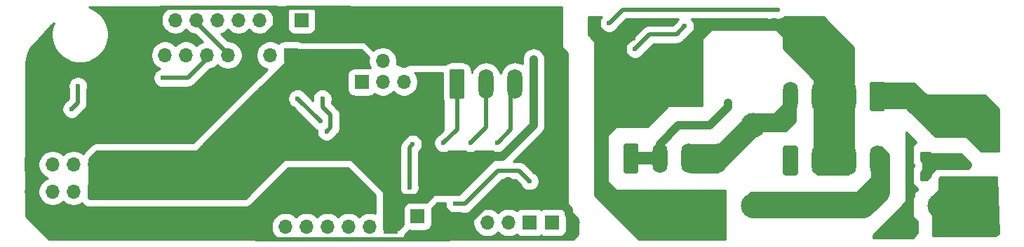
<source format=gbl>
G04 #@! TF.GenerationSoftware,KiCad,Pcbnew,(5.1.9-0-10_14)*
G04 #@! TF.CreationDate,2023-02-12T16:19:48-05:00*
G04 #@! TF.ProjectId,LiBCM-Daughterboard,4c694243-4d2d-4446-9175-676874657262,A*
G04 #@! TF.SameCoordinates,Original*
G04 #@! TF.FileFunction,Copper,L4,Bot*
G04 #@! TF.FilePolarity,Positive*
%FSLAX46Y46*%
G04 Gerber Fmt 4.6, Leading zero omitted, Abs format (unit mm)*
G04 Created by KiCad (PCBNEW (5.1.9-0-10_14)) date 2023-02-12 16:19:48*
%MOMM*%
%LPD*%
G01*
G04 APERTURE LIST*
G04 #@! TA.AperFunction,ComponentPad*
%ADD10C,3.000000*%
G04 #@! TD*
G04 #@! TA.AperFunction,ComponentPad*
%ADD11O,1.700000X1.700000*%
G04 #@! TD*
G04 #@! TA.AperFunction,ComponentPad*
%ADD12R,1.700000X1.700000*%
G04 #@! TD*
G04 #@! TA.AperFunction,ComponentPad*
%ADD13O,1.800000X3.600000*%
G04 #@! TD*
G04 #@! TA.AperFunction,ComponentPad*
%ADD14R,2.000000X2.000000*%
G04 #@! TD*
G04 #@! TA.AperFunction,ComponentPad*
%ADD15O,2.000000X2.000000*%
G04 #@! TD*
G04 #@! TA.AperFunction,ViaPad*
%ADD16C,0.600000*%
G04 #@! TD*
G04 #@! TA.AperFunction,Conductor*
%ADD17C,1.000000*%
G04 #@! TD*
G04 #@! TA.AperFunction,Conductor*
%ADD18C,0.500000*%
G04 #@! TD*
G04 #@! TA.AperFunction,Conductor*
%ADD19C,1.500000*%
G04 #@! TD*
G04 #@! TA.AperFunction,Conductor*
%ADD20C,3.000000*%
G04 #@! TD*
G04 #@! TA.AperFunction,Conductor*
%ADD21C,0.254000*%
G04 #@! TD*
G04 #@! TA.AperFunction,Conductor*
%ADD22C,0.100000*%
G04 #@! TD*
G04 APERTURE END LIST*
D10*
G04 #@! TO.P,F1,1*
G04 #@! TO.N,/HVDC_POS_BATT*
X208500000Y-141000000D03*
G04 #@! TO.P,F1,2*
G04 #@! TO.N,/HVDC_POS_AUX*
X186000000Y-141000000D03*
G04 #@! TD*
G04 #@! TO.P,F2,2*
G04 #@! TO.N,/GRID_POS*
X186000000Y-150750000D03*
G04 #@! TO.P,F2,1*
G04 #@! TO.N,/GRID_POS_FUSED*
X208500000Y-150750000D03*
G04 #@! TD*
D11*
G04 #@! TO.P,J3,7*
G04 #@! TO.N,/CAN_INT*
X116250000Y-128250000D03*
G04 #@! TO.P,J3,6*
G04 #@! TO.N,/SCK*
X118790000Y-128250000D03*
G04 #@! TO.P,J3,5*
G04 #@! TO.N,/MOSI*
X121330000Y-128250000D03*
G04 #@! TO.P,J3,4*
G04 #@! TO.N,/MISO*
X123870000Y-128250000D03*
G04 #@! TO.P,J3,3*
G04 #@! TO.N,/CAN_CS*
X126410000Y-128250000D03*
G04 #@! TO.P,J3,2*
G04 #@! TO.N,GND*
X128950000Y-128250000D03*
D12*
G04 #@! TO.P,J3,1*
G04 #@! TO.N,+5V*
X131490000Y-128250000D03*
G04 #@! TD*
G04 #@! TO.P,J4,1*
G04 #@! TO.N,+5V*
X130250000Y-132500000D03*
D11*
G04 #@! TO.P,J4,2*
G04 #@! TO.N,N/C*
X127710000Y-132500000D03*
G04 #@! TO.P,J4,3*
G04 #@! TO.N,GND*
X125170000Y-132500000D03*
G04 #@! TO.P,J4,4*
G04 #@! TO.N,/SCK*
X122630000Y-132500000D03*
G04 #@! TO.P,J4,5*
G04 #@! TO.N,/MISO*
X120090000Y-132500000D03*
G04 #@! TO.P,J4,6*
G04 #@! TO.N,/MOSI*
X117550000Y-132500000D03*
G04 #@! TO.P,J4,7*
G04 #@! TO.N,/FLASH_CS*
X115010000Y-132500000D03*
G04 #@! TD*
D12*
G04 #@! TO.P,J9,1*
G04 #@! TO.N,/FAN_TACH*
X159000000Y-152750000D03*
D11*
G04 #@! TO.P,J9,2*
G04 #@! TO.N,/BUTTON||GRID_ILIM*
X156460000Y-152750000D03*
G04 #@! TO.P,J9,3*
G04 #@! TO.N,/HEATER_EN*
X153920000Y-152750000D03*
G04 #@! TO.P,J9,4*
G04 #@! TO.N,GND*
X151380000Y-152750000D03*
G04 #@! TD*
G04 #@! TO.P,J1,1*
G04 #@! TO.N,/TACH_1*
G04 #@! TA.AperFunction,ComponentPad*
G36*
G01*
X149350000Y-137550000D02*
X149350000Y-134450000D01*
G75*
G02*
X149600000Y-134200000I250000J0D01*
G01*
X150900000Y-134200000D01*
G75*
G02*
X151150000Y-134450000I0J-250000D01*
G01*
X151150000Y-137550000D01*
G75*
G02*
X150900000Y-137800000I-250000J0D01*
G01*
X149600000Y-137800000D01*
G75*
G02*
X149350000Y-137550000I0J250000D01*
G01*
G37*
G04 #@! TD.AperFunction*
D13*
G04 #@! TO.P,J1,2*
G04 #@! TO.N,/TACH_2*
X153750000Y-136000000D03*
G04 #@! TO.P,J1,3*
G04 #@! TO.N,/TACH_3*
X157250000Y-136000000D03*
G04 #@! TD*
D12*
G04 #@! TO.P,J12,1*
G04 #@! TO.N,/BUTTON*
X145500000Y-152000000D03*
D11*
G04 #@! TO.P,J12,2*
G04 #@! TO.N,GND*
X148040000Y-152000000D03*
G04 #@! TD*
D12*
G04 #@! TO.P,J5,1*
G04 #@! TO.N,/MISO*
X138750000Y-135750000D03*
D11*
G04 #@! TO.P,J5,2*
G04 #@! TO.N,+5V*
X138750000Y-133210000D03*
G04 #@! TO.P,J5,3*
G04 #@! TO.N,/SCK*
X141290000Y-135750000D03*
G04 #@! TO.P,J5,4*
G04 #@! TO.N,/MOSI*
X141290000Y-133210000D03*
G04 #@! TO.P,J5,5*
G04 #@! TO.N,/MIMA_CS*
X143830000Y-135750000D03*
G04 #@! TO.P,J5,6*
G04 #@! TO.N,GND*
X143830000Y-133210000D03*
G04 #@! TD*
G04 #@! TO.P,J10,1*
G04 #@! TO.N,/HVDC_POS_BATT*
G04 #@! TA.AperFunction,ComponentPad*
G36*
G01*
X201900000Y-135950000D02*
X201900000Y-139050000D01*
G75*
G02*
X201650000Y-139300000I-250000J0D01*
G01*
X200350000Y-139300000D01*
G75*
G02*
X200100000Y-139050000I0J250000D01*
G01*
X200100000Y-135950000D01*
G75*
G02*
X200350000Y-135700000I250000J0D01*
G01*
X201650000Y-135700000D01*
G75*
G02*
X201900000Y-135950000I0J-250000D01*
G01*
G37*
G04 #@! TD.AperFunction*
D13*
G04 #@! TO.P,J10,2*
G04 #@! TO.N,GNDPWR*
X197500000Y-137500000D03*
G04 #@! TO.P,J10,3*
X194000000Y-137500000D03*
G04 #@! TO.P,J10,4*
G04 #@! TO.N,/HVDC_POS_AUX*
X190500000Y-137500000D03*
G04 #@! TD*
G04 #@! TO.P,J11,1*
G04 #@! TO.N,/HEAT_NEG*
G04 #@! TA.AperFunction,ComponentPad*
G36*
G01*
X170350000Y-146550000D02*
X170350000Y-143450000D01*
G75*
G02*
X170600000Y-143200000I250000J0D01*
G01*
X171900000Y-143200000D01*
G75*
G02*
X172150000Y-143450000I0J-250000D01*
G01*
X172150000Y-146550000D01*
G75*
G02*
X171900000Y-146800000I-250000J0D01*
G01*
X170600000Y-146800000D01*
G75*
G02*
X170350000Y-146550000I0J250000D01*
G01*
G37*
G04 #@! TD.AperFunction*
G04 #@! TO.P,J11,2*
X174750000Y-145000000D03*
G04 #@! TO.P,J11,3*
G04 #@! TO.N,/HVDC_POS_AUX*
X178250000Y-145000000D03*
G04 #@! TO.P,J11,4*
X181750000Y-145000000D03*
G04 #@! TD*
G04 #@! TO.P,J13,4*
G04 #@! TO.N,/GRID_POS*
X201000000Y-145250000D03*
G04 #@! TO.P,J13,3*
G04 #@! TO.N,GNDPWR*
X197500000Y-145250000D03*
G04 #@! TO.P,J13,2*
X194000000Y-145250000D03*
G04 #@! TO.P,J13,1*
G04 #@! TO.N,/CHARGER_CURRENT_LIMIT*
G04 #@! TA.AperFunction,ComponentPad*
G36*
G01*
X189600000Y-146800000D02*
X189600000Y-143700000D01*
G75*
G02*
X189850000Y-143450000I250000J0D01*
G01*
X191150000Y-143450000D01*
G75*
G02*
X191400000Y-143700000I0J-250000D01*
G01*
X191400000Y-146800000D01*
G75*
G02*
X191150000Y-147050000I-250000J0D01*
G01*
X189850000Y-147050000D01*
G75*
G02*
X189600000Y-146800000I0J250000D01*
G01*
G37*
G04 #@! TD.AperFunction*
G04 #@! TD*
D12*
G04 #@! TO.P,J8,1*
G04 #@! TO.N,/HEATER_EN*
X161750000Y-152750000D03*
D11*
G04 #@! TO.P,J8,2*
G04 #@! TO.N,GND*
X164290000Y-152750000D03*
G04 #@! TD*
D12*
G04 #@! TO.P,J7,1*
G04 #@! TO.N,+5V*
X142250000Y-153250000D03*
D11*
G04 #@! TO.P,J7,2*
G04 #@! TO.N,/SCK*
X139710000Y-153250000D03*
G04 #@! TO.P,J7,3*
G04 #@! TO.N,/MOSI*
X137170000Y-153250000D03*
G04 #@! TO.P,J7,4*
G04 #@! TO.N,/MISO*
X134630000Y-153250000D03*
G04 #@! TO.P,J7,5*
G04 #@! TO.N,/MIMA_CS*
X132090000Y-153250000D03*
G04 #@! TO.P,J7,6*
G04 #@! TO.N,/FLASH_CS*
X129550000Y-153250000D03*
G04 #@! TO.P,J7,7*
G04 #@! TO.N,GND*
X127010000Y-153250000D03*
G04 #@! TO.P,J7,8*
X124470000Y-153250000D03*
G04 #@! TD*
D12*
G04 #@! TO.P,J6,1*
G04 #@! TO.N,GND*
X98880000Y-145750000D03*
D11*
G04 #@! TO.P,J6,2*
G04 #@! TO.N,/CAN_INT*
X101420000Y-145750000D03*
G04 #@! TO.P,J6,3*
G04 #@! TO.N,/CAN_CS*
X103960000Y-145750000D03*
G04 #@! TO.P,J6,4*
G04 #@! TO.N,+5V*
X106500000Y-145750000D03*
G04 #@! TD*
D14*
G04 #@! TO.P,D3,1*
G04 #@! TO.N,/HVDC_POS_BATT*
X214570000Y-143220000D03*
D15*
G04 #@! TO.P,D3,2*
G04 #@! TO.N,/GRID_POS_FUSED*
X214570000Y-148300000D03*
G04 #@! TD*
D12*
G04 #@! TO.P,J2,1*
G04 #@! TO.N,+5V*
X106500000Y-149000000D03*
D11*
G04 #@! TO.P,J2,2*
G04 #@! TO.N,/CAN_CS*
X103960000Y-149000000D03*
G04 #@! TO.P,J2,3*
G04 #@! TO.N,/CAN_INT*
X101420000Y-149000000D03*
G04 #@! TO.P,J2,4*
G04 #@! TO.N,GND*
X98880000Y-149000000D03*
G04 #@! TD*
D16*
G04 #@! TO.N,+5V*
X159500000Y-133000000D03*
X151337500Y-146412500D03*
X148162500Y-146412500D03*
X137450000Y-144550000D03*
X121750000Y-148250000D03*
G04 #@! TO.N,GND*
X156500000Y-147750000D03*
X159500000Y-130750000D03*
X163250000Y-146000000D03*
X137000000Y-146500000D03*
X108000000Y-151250000D03*
X108700000Y-142450000D03*
X105500000Y-142500000D03*
X117800000Y-142450000D03*
X120000000Y-141000000D03*
X115050000Y-142450000D03*
X119250000Y-151250000D03*
X115500000Y-151250000D03*
X111750000Y-151250000D03*
X116000000Y-137250000D03*
X99250000Y-136500000D03*
X99000000Y-134000000D03*
X99500000Y-132250000D03*
X108000000Y-127500000D03*
X110250000Y-127250000D03*
X136250000Y-127500000D03*
X139000000Y-127500000D03*
X143250000Y-127500000D03*
X146250000Y-127500000D03*
X148750000Y-127500000D03*
X155750000Y-127500000D03*
X152250000Y-127500000D03*
X160500000Y-149250000D03*
G04 #@! TO.N,GNDPWR*
X181500000Y-129250000D03*
X179412500Y-136587500D03*
X175200000Y-133800000D03*
X171750000Y-136250000D03*
X171500000Y-130500000D03*
X167750000Y-130500000D03*
X183500000Y-128250000D03*
X183500000Y-129250000D03*
X181500000Y-128250000D03*
X184250000Y-128750000D03*
X180750000Y-128750000D03*
G04 #@! TO.N,/HVDC_5V_REF*
X205250000Y-143000000D03*
X204750000Y-142500000D03*
X205750000Y-148750000D03*
X205350000Y-149550000D03*
X204150000Y-152350000D03*
X205350000Y-145912500D03*
G04 #@! TO.N,/GRID_POS_FUSED*
X210250000Y-147662500D03*
X212750000Y-147750000D03*
X209000000Y-148750000D03*
X211500000Y-148750000D03*
G04 #@! TO.N,/SCK*
X134500000Y-141750000D03*
X134000000Y-137750000D03*
G04 #@! TO.N,/MOSI*
X131000000Y-137750000D03*
X133750000Y-140500000D03*
G04 #@! TO.N,/MISO*
X114750000Y-135250000D03*
G04 #@! TO.N,/TACH_1*
X148625000Y-143125000D03*
G04 #@! TO.N,/TACH_2*
X151875000Y-143125000D03*
G04 #@! TO.N,/TACH_3*
X155125000Y-143125000D03*
G04 #@! TO.N,/Q1_GATE*
X168615000Y-128615000D03*
X188000000Y-127000000D03*
X189000000Y-127000000D03*
G04 #@! TO.N,/HEATER_EN*
X144912500Y-143250000D03*
X144500000Y-148500000D03*
G04 #@! TO.N,/HEAT_NEG*
X183000000Y-138250000D03*
G04 #@! TO.N,/ILIM_JOIN*
X150000000Y-150500000D03*
X159000000Y-147750000D03*
G04 #@! TO.N,/ILIM*
X177750000Y-129000000D03*
X171750000Y-131750000D03*
G04 #@! TO.N,/CAN_CS*
X104500000Y-136250000D03*
X103750000Y-139000000D03*
G04 #@! TO.N,/DIV*
X206950000Y-145837500D03*
X210240000Y-145837500D03*
X211000000Y-144750000D03*
X208500000Y-144750000D03*
X207750000Y-146250000D03*
G04 #@! TD*
D17*
G04 #@! TO.N,+5V*
X155750000Y-144750000D02*
X153000000Y-144750000D01*
X159500000Y-133000000D02*
X159500000Y-141000000D01*
X159500000Y-141000000D02*
X155750000Y-144750000D01*
X153000000Y-144750000D02*
X151337500Y-146412500D01*
X142250000Y-153250000D02*
X142250000Y-151250000D01*
X142250000Y-151250000D02*
X143750000Y-149750000D01*
X143750000Y-149750000D02*
X146250000Y-149750000D01*
X149587500Y-146412500D02*
X151337500Y-146412500D01*
X148500000Y-146750000D02*
X148162500Y-146412500D01*
X148500000Y-147500000D02*
X148500000Y-146750000D01*
X146250000Y-149750000D02*
X148500000Y-147500000D01*
X148500000Y-147500000D02*
X149587500Y-146412500D01*
X142250000Y-151250000D02*
X142250000Y-149350000D01*
X107700000Y-144550000D02*
X106500000Y-145750000D01*
X106500000Y-149000000D02*
X106500000Y-145750000D01*
X142250000Y-149350000D02*
X137450000Y-144550000D01*
X137450000Y-144550000D02*
X131550000Y-144550000D01*
X138040000Y-132500000D02*
X138750000Y-133210000D01*
X130250000Y-132500000D02*
X138040000Y-132500000D01*
X121750000Y-148250000D02*
X121750000Y-145100000D01*
X121750000Y-145100000D02*
X122300000Y-144550000D01*
X122300000Y-144550000D02*
X107700000Y-144550000D01*
X131550000Y-144550000D02*
X122300000Y-144550000D01*
X129250000Y-142250000D02*
X131550000Y-144550000D01*
X129250000Y-135750000D02*
X129250000Y-142250000D01*
X130000000Y-135000000D02*
X129250000Y-135750000D01*
X130000000Y-132750000D02*
X130000000Y-135000000D01*
X130250000Y-132500000D02*
X130000000Y-132750000D01*
G04 #@! TO.N,GND*
X164290000Y-152750000D02*
X164290000Y-152290000D01*
X164290000Y-152290000D02*
X163750000Y-151750000D01*
X163750000Y-151750000D02*
X163750000Y-151250000D01*
X163750000Y-151250000D02*
X161250000Y-148750000D01*
X150500000Y-130750000D02*
X148750000Y-129000000D01*
X159500000Y-130750000D02*
X150500000Y-130750000D01*
X148040000Y-129000000D02*
X143830000Y-133210000D01*
X148750000Y-129000000D02*
X148040000Y-129000000D01*
X150630000Y-152000000D02*
X151380000Y-152750000D01*
X148040000Y-152000000D02*
X150630000Y-152000000D01*
X160500000Y-130750000D02*
X159500000Y-130750000D01*
X162750000Y-133000000D02*
X160500000Y-130750000D01*
X161250000Y-148750000D02*
X162750000Y-147250000D01*
X162750000Y-146000000D02*
X162750000Y-133000000D01*
X162750000Y-147250000D02*
X162750000Y-146000000D01*
X158000000Y-149250000D02*
X156500000Y-147750000D01*
X161000000Y-149250000D02*
X160500000Y-149250000D01*
X161250000Y-149000000D02*
X161000000Y-149250000D01*
X161250000Y-148750000D02*
X161250000Y-149000000D01*
X151380000Y-152750000D02*
X156380000Y-147750000D01*
X156380000Y-147750000D02*
X156500000Y-147750000D01*
X127010000Y-153250000D02*
X124470000Y-153250000D01*
X98880000Y-151130000D02*
X98880000Y-145750000D01*
X101000000Y-153250000D02*
X98880000Y-151130000D01*
D18*
X128950000Y-128250000D02*
X128950000Y-127550000D01*
X128950000Y-127550000D02*
X129750000Y-126750000D01*
X137370000Y-126750000D02*
X143830000Y-133210000D01*
X129750000Y-126750000D02*
X137370000Y-126750000D01*
X151380000Y-152750000D02*
X149380000Y-154750000D01*
X125970000Y-154750000D02*
X124470000Y-153250000D01*
X149380000Y-154750000D02*
X125970000Y-154750000D01*
X127010000Y-153250000D02*
X127010000Y-150990000D01*
X131500000Y-146500000D02*
X137000000Y-146500000D01*
X127010000Y-150990000D02*
X131500000Y-146500000D01*
D17*
X108000000Y-151500000D02*
X108000000Y-153250000D01*
X108000000Y-153250000D02*
X101000000Y-153250000D01*
X124470000Y-153250000D02*
X108000000Y-153250000D01*
D18*
X114500000Y-126750000D02*
X128500000Y-126750000D01*
X128500000Y-126750000D02*
X128950000Y-127200000D01*
X98880000Y-139370000D02*
X103500000Y-134750000D01*
X103500000Y-134750000D02*
X106500000Y-134750000D01*
X128950000Y-127200000D02*
X128950000Y-128250000D01*
X106500000Y-134750000D02*
X114500000Y-126750000D01*
D17*
X125170000Y-132500000D02*
X125170000Y-135830000D01*
X118550000Y-142450000D02*
X117800000Y-142450000D01*
X125170000Y-135830000D02*
X120000000Y-141000000D01*
X105550000Y-142450000D02*
X105500000Y-142500000D01*
X108700000Y-142450000D02*
X105550000Y-142450000D01*
D18*
X125170000Y-132500000D02*
X125170000Y-132080000D01*
X128950000Y-128300000D02*
X128950000Y-128250000D01*
X125170000Y-132080000D02*
X128950000Y-128300000D01*
D17*
X99000000Y-142500000D02*
X98880000Y-142380000D01*
X105500000Y-142500000D02*
X99000000Y-142500000D01*
D18*
X98880000Y-142380000D02*
X98880000Y-139370000D01*
X98880000Y-145750000D02*
X98880000Y-142380000D01*
D17*
X117800000Y-142450000D02*
X115050000Y-142450000D01*
X120000000Y-141000000D02*
X118550000Y-142450000D01*
X115050000Y-142450000D02*
X108700000Y-142450000D01*
X160500000Y-149250000D02*
X158000000Y-149250000D01*
G04 #@! TO.N,GNDPWR*
X194000000Y-137500000D02*
X194000000Y-134000000D01*
X194000000Y-134000000D02*
X188750000Y-128750000D01*
X188750000Y-128750000D02*
X185250000Y-128750000D01*
X180750000Y-128750000D02*
X179250000Y-130250000D01*
X179412500Y-130412500D02*
X179412500Y-136587500D01*
X179250000Y-130250000D02*
X179412500Y-130412500D01*
X175700000Y-133800000D02*
X179250000Y-130250000D01*
X175200000Y-133800000D02*
X175700000Y-133800000D01*
D18*
X172750000Y-136250000D02*
X175200000Y-133800000D01*
X171750000Y-136250000D02*
X172750000Y-136250000D01*
X171750000Y-136250000D02*
X171750000Y-135750000D01*
X171750000Y-135750000D02*
X170250000Y-134250000D01*
X170250000Y-134250000D02*
X170250000Y-130750000D01*
X170500000Y-130500000D02*
X171500000Y-130500000D01*
X170250000Y-130750000D02*
X170500000Y-130500000D01*
X170000000Y-130500000D02*
X170250000Y-130750000D01*
X167750000Y-130500000D02*
X170000000Y-130500000D01*
D17*
X184250000Y-128750000D02*
X180750000Y-128750000D01*
X185250000Y-128750000D02*
X184500000Y-128750000D01*
X184500000Y-128750000D02*
X184250000Y-128750000D01*
D18*
G04 #@! TO.N,/HVDC_5V_REF*
X205750000Y-148750000D02*
X205350000Y-149150000D01*
X205350000Y-149150000D02*
X205350000Y-149550000D01*
X205150000Y-148550000D02*
X204950000Y-148750000D01*
X205350000Y-148750000D02*
X205150000Y-148550000D01*
X205750000Y-148750000D02*
X205350000Y-148750000D01*
X205750000Y-148750000D02*
X204950000Y-147950000D01*
G04 #@! TO.N,/SCK*
X122630000Y-132500000D02*
X122630000Y-131880000D01*
X118790000Y-128540000D02*
X118790000Y-128250000D01*
X122630000Y-132380000D02*
X118790000Y-128540000D01*
X122630000Y-132500000D02*
X122630000Y-132380000D01*
X135000000Y-141250000D02*
X134500000Y-141750000D01*
X135000000Y-139750000D02*
X135000000Y-141250000D01*
X134000000Y-138750000D02*
X135000000Y-139750000D01*
X134000000Y-137750000D02*
X134000000Y-138750000D01*
G04 #@! TO.N,/MOSI*
X131000000Y-137750000D02*
X133750000Y-140500000D01*
G04 #@! TO.N,/MISO*
X120090000Y-132500000D02*
X120090000Y-132910000D01*
X117750000Y-135250000D02*
X114750000Y-135250000D01*
X120090000Y-132910000D02*
X117750000Y-135250000D01*
G04 #@! TO.N,/TACH_1*
X150250000Y-141500000D02*
X148625000Y-143125000D01*
X150250000Y-136000000D02*
X150250000Y-141500000D01*
G04 #@! TO.N,/TACH_2*
X153750000Y-141250000D02*
X151875000Y-143125000D01*
X153750000Y-136000000D02*
X153750000Y-141250000D01*
G04 #@! TO.N,/TACH_3*
X155250000Y-143000000D02*
X155125000Y-143125000D01*
X156750000Y-141500000D02*
X155250000Y-143000000D01*
X156750000Y-136500000D02*
X156750000Y-141500000D01*
X157250000Y-136000000D02*
X156750000Y-136500000D01*
G04 #@! TO.N,/Q1_GATE*
X168635000Y-128615000D02*
X170250000Y-127000000D01*
X168615000Y-128615000D02*
X168635000Y-128615000D01*
X170250000Y-127000000D02*
X189000000Y-127000000D01*
D19*
G04 #@! TO.N,/HVDC_POS_AUX*
X190500000Y-137500000D02*
X190500000Y-138750000D01*
X188250000Y-141000000D02*
X186000000Y-141000000D01*
X190500000Y-138750000D02*
X188250000Y-141000000D01*
D20*
G04 #@! TO.N,/GRID_POS*
X186000000Y-150750000D02*
X199250000Y-150750000D01*
X199250000Y-150750000D02*
X201000000Y-149000000D01*
D19*
X201000000Y-145250000D02*
X201000000Y-149000000D01*
D18*
G04 #@! TO.N,/HEATER_EN*
X144500000Y-143662500D02*
X144912500Y-143250000D01*
X144500000Y-148500000D02*
X144500000Y-143662500D01*
D17*
G04 #@! TO.N,/HEAT_NEG*
X183000000Y-138250000D02*
X183000000Y-138750000D01*
X183000000Y-138750000D02*
X180750000Y-141000000D01*
X180750000Y-141000000D02*
X177000000Y-141000000D01*
X174750000Y-143250000D02*
X174750000Y-145000000D01*
X177000000Y-141000000D02*
X174750000Y-143250000D01*
D19*
X171250000Y-145000000D02*
X174750000Y-145000000D01*
D18*
G04 #@! TO.N,/ILIM_JOIN*
X157750000Y-146500000D02*
X159000000Y-147750000D01*
X155203242Y-146500000D02*
X157750000Y-146500000D01*
X151203242Y-150500000D02*
X155203242Y-146500000D01*
X150000000Y-150500000D02*
X151203242Y-150500000D01*
G04 #@! TO.N,/ILIM*
X173500000Y-130000000D02*
X171750000Y-131750000D01*
X176750000Y-130000000D02*
X173500000Y-130000000D01*
X177750000Y-129000000D02*
X176750000Y-130000000D01*
G04 #@! TO.N,/CAN_CS*
X104500000Y-138250000D02*
X103750000Y-139000000D01*
X104500000Y-136250000D02*
X104500000Y-138250000D01*
G04 #@! TD*
D21*
G04 #@! TO.N,/GRID_POS_FUSED*
X215621097Y-154085209D02*
X215209967Y-154373000D01*
X207677000Y-154373000D01*
X207677000Y-149602606D01*
X208439803Y-148839803D01*
X208455597Y-148820557D01*
X208467333Y-148798601D01*
X208474560Y-148774776D01*
X208477000Y-148750000D01*
X208477000Y-147402606D01*
X208602606Y-147277000D01*
X215426577Y-147277000D01*
X215621097Y-154085209D01*
G04 #@! TA.AperFunction,Conductor*
D22*
G36*
X215621097Y-154085209D02*
G01*
X215209967Y-154373000D01*
X207677000Y-154373000D01*
X207677000Y-149602606D01*
X208439803Y-148839803D01*
X208455597Y-148820557D01*
X208467333Y-148798601D01*
X208474560Y-148774776D01*
X208477000Y-148750000D01*
X208477000Y-147402606D01*
X208602606Y-147277000D01*
X215426577Y-147277000D01*
X215621097Y-154085209D01*
G37*
G04 #@! TD.AperFunction*
G04 #@! TD*
D21*
G04 #@! TO.N,/DIV*
X207460197Y-144439803D02*
X207479443Y-144455597D01*
X207501399Y-144467333D01*
X207525224Y-144474560D01*
X207550000Y-144477000D01*
X211097394Y-144477000D01*
X212223000Y-145602606D01*
X212223000Y-145897394D01*
X211897394Y-146223000D01*
X208150000Y-146223000D01*
X208125224Y-146225440D01*
X208101399Y-146232667D01*
X208079443Y-146244403D01*
X208060197Y-146260197D01*
X207460197Y-146860197D01*
X207444403Y-146879443D01*
X207432667Y-146901399D01*
X207425440Y-146925224D01*
X207423000Y-146950000D01*
X207423000Y-147097394D01*
X206897394Y-147623000D01*
X206277000Y-147623000D01*
X206277000Y-146643691D01*
X206393044Y-146470019D01*
X206481769Y-146255818D01*
X206527000Y-146028424D01*
X206527000Y-145796576D01*
X206481769Y-145569182D01*
X206393044Y-145354981D01*
X206277000Y-145181309D01*
X206277000Y-144277000D01*
X207297394Y-144277000D01*
X207460197Y-144439803D01*
G04 #@! TA.AperFunction,Conductor*
D22*
G36*
X207460197Y-144439803D02*
G01*
X207479443Y-144455597D01*
X207501399Y-144467333D01*
X207525224Y-144474560D01*
X207550000Y-144477000D01*
X211097394Y-144477000D01*
X212223000Y-145602606D01*
X212223000Y-145897394D01*
X211897394Y-146223000D01*
X208150000Y-146223000D01*
X208125224Y-146225440D01*
X208101399Y-146232667D01*
X208079443Y-146244403D01*
X208060197Y-146260197D01*
X207460197Y-146860197D01*
X207444403Y-146879443D01*
X207432667Y-146901399D01*
X207425440Y-146925224D01*
X207423000Y-146950000D01*
X207423000Y-147097394D01*
X206897394Y-147623000D01*
X206277000Y-147623000D01*
X206277000Y-146643691D01*
X206393044Y-146470019D01*
X206481769Y-146255818D01*
X206527000Y-146028424D01*
X206527000Y-145796576D01*
X206481769Y-145569182D01*
X206393044Y-145354981D01*
X206277000Y-145181309D01*
X206277000Y-144277000D01*
X207297394Y-144277000D01*
X207460197Y-144439803D01*
G37*
G04 #@! TD.AperFunction*
G04 #@! TD*
D21*
G04 #@! TO.N,/HVDC_POS_BATT*
X206910197Y-137339803D02*
X206929443Y-137355597D01*
X206951399Y-137367333D01*
X206975224Y-137374560D01*
X207000000Y-137377000D01*
X213947394Y-137377000D01*
X215623000Y-139052606D01*
X215623000Y-144123000D01*
X213552606Y-144123000D01*
X211839803Y-142410197D01*
X211820557Y-142394403D01*
X211798601Y-142382667D01*
X211774776Y-142375440D01*
X211750000Y-142373000D01*
X208052606Y-142373000D01*
X204589803Y-138910197D01*
X204570557Y-138894403D01*
X204548601Y-138882667D01*
X204524776Y-138875440D01*
X204500000Y-138873000D01*
X200377000Y-138873000D01*
X200377000Y-135877000D01*
X205447394Y-135877000D01*
X206910197Y-137339803D01*
G04 #@! TA.AperFunction,Conductor*
D22*
G36*
X206910197Y-137339803D02*
G01*
X206929443Y-137355597D01*
X206951399Y-137367333D01*
X206975224Y-137374560D01*
X207000000Y-137377000D01*
X213947394Y-137377000D01*
X215623000Y-139052606D01*
X215623000Y-144123000D01*
X213552606Y-144123000D01*
X211839803Y-142410197D01*
X211820557Y-142394403D01*
X211798601Y-142382667D01*
X211774776Y-142375440D01*
X211750000Y-142373000D01*
X208052606Y-142373000D01*
X204589803Y-138910197D01*
X204570557Y-138894403D01*
X204548601Y-138882667D01*
X204524776Y-138875440D01*
X204500000Y-138873000D01*
X200377000Y-138873000D01*
X200377000Y-135877000D01*
X205447394Y-135877000D01*
X206910197Y-137339803D01*
G37*
G04 #@! TD.AperFunction*
G04 #@! TD*
D21*
G04 #@! TO.N,/GRID_POS*
X202373000Y-144552606D02*
X202373000Y-148947394D01*
X200447394Y-150873000D01*
X185127000Y-150873000D01*
X185127000Y-149802606D01*
X185802606Y-149127000D01*
X198500000Y-149127000D01*
X198524776Y-149124560D01*
X198548601Y-149117333D01*
X198570557Y-149105597D01*
X198589803Y-149089803D01*
X200339803Y-147339803D01*
X200355597Y-147320557D01*
X200367333Y-147298601D01*
X200374560Y-147274776D01*
X200377000Y-147250000D01*
X200377000Y-144302606D01*
X201052606Y-143627000D01*
X201447394Y-143627000D01*
X202373000Y-144552606D01*
G04 #@! TA.AperFunction,Conductor*
D22*
G36*
X202373000Y-144552606D02*
G01*
X202373000Y-148947394D01*
X200447394Y-150873000D01*
X185127000Y-150873000D01*
X185127000Y-149802606D01*
X185802606Y-149127000D01*
X198500000Y-149127000D01*
X198524776Y-149124560D01*
X198548601Y-149117333D01*
X198570557Y-149105597D01*
X198589803Y-149089803D01*
X200339803Y-147339803D01*
X200355597Y-147320557D01*
X200367333Y-147298601D01*
X200374560Y-147274776D01*
X200377000Y-147250000D01*
X200377000Y-144302606D01*
X201052606Y-143627000D01*
X201447394Y-143627000D01*
X202373000Y-144552606D01*
G37*
G04 #@! TD.AperFunction*
G04 #@! TD*
D21*
G04 #@! TO.N,GNDPWR*
X198123000Y-136302606D02*
X198123000Y-146197394D01*
X197447394Y-146873000D01*
X193802606Y-146873000D01*
X193377000Y-146447394D01*
X193377000Y-136302606D01*
X193802606Y-135877000D01*
X197697394Y-135877000D01*
X198123000Y-136302606D01*
G04 #@! TA.AperFunction,Conductor*
D22*
G36*
X198123000Y-136302606D02*
G01*
X198123000Y-146197394D01*
X197447394Y-146873000D01*
X193802606Y-146873000D01*
X193377000Y-146447394D01*
X193377000Y-136302606D01*
X193802606Y-135877000D01*
X197697394Y-135877000D01*
X198123000Y-136302606D01*
G37*
G04 #@! TD.AperFunction*
G04 #@! TD*
D21*
G04 #@! TO.N,/HVDC_POS_AUX*
X191123000Y-140447394D02*
X189947394Y-141623000D01*
X187000000Y-141623000D01*
X186975224Y-141625440D01*
X186951399Y-141632667D01*
X186929443Y-141644403D01*
X186910197Y-141660197D01*
X182419086Y-146151308D01*
X181711548Y-146623000D01*
X178377000Y-146623000D01*
X178377000Y-143377000D01*
X181750000Y-143377000D01*
X181774776Y-143374560D01*
X181798601Y-143367333D01*
X181820557Y-143355597D01*
X181839803Y-143339803D01*
X185075232Y-140104374D01*
X186029980Y-139627000D01*
X188500000Y-139627000D01*
X188524776Y-139624560D01*
X188548601Y-139617333D01*
X188570557Y-139605597D01*
X188589803Y-139589803D01*
X189802606Y-138377000D01*
X191123000Y-138377000D01*
X191123000Y-140447394D01*
G04 #@! TA.AperFunction,Conductor*
D22*
G36*
X191123000Y-140447394D02*
G01*
X189947394Y-141623000D01*
X187000000Y-141623000D01*
X186975224Y-141625440D01*
X186951399Y-141632667D01*
X186929443Y-141644403D01*
X186910197Y-141660197D01*
X182419086Y-146151308D01*
X181711548Y-146623000D01*
X178377000Y-146623000D01*
X178377000Y-143377000D01*
X181750000Y-143377000D01*
X181774776Y-143374560D01*
X181798601Y-143367333D01*
X181820557Y-143355597D01*
X181839803Y-143339803D01*
X185075232Y-140104374D01*
X186029980Y-139627000D01*
X188500000Y-139627000D01*
X188524776Y-139624560D01*
X188548601Y-139617333D01*
X188570557Y-139605597D01*
X188589803Y-139589803D01*
X189802606Y-138377000D01*
X191123000Y-138377000D01*
X191123000Y-140447394D01*
G37*
G04 #@! TD.AperFunction*
G04 #@! TD*
D21*
G04 #@! TO.N,+5V*
X139612325Y-132791931D02*
X139563000Y-133039905D01*
X139563000Y-133380095D01*
X139629368Y-133713747D01*
X139759553Y-134028041D01*
X139764153Y-134034925D01*
X139600000Y-134018757D01*
X137900000Y-134018757D01*
X137728078Y-134035690D01*
X137562763Y-134085838D01*
X137410408Y-134167273D01*
X137276867Y-134276867D01*
X137167273Y-134410408D01*
X137085838Y-134562763D01*
X137035690Y-134728078D01*
X137018757Y-134900000D01*
X137018757Y-136600000D01*
X137035690Y-136771922D01*
X137085838Y-136937237D01*
X137167273Y-137089592D01*
X137276867Y-137223133D01*
X137410408Y-137332727D01*
X137562763Y-137414162D01*
X137728078Y-137464310D01*
X137900000Y-137481243D01*
X139600000Y-137481243D01*
X139771922Y-137464310D01*
X139937237Y-137414162D01*
X140089592Y-137332727D01*
X140223133Y-137223133D01*
X140280878Y-137152771D01*
X140471959Y-137280447D01*
X140786253Y-137410632D01*
X141119905Y-137477000D01*
X141460095Y-137477000D01*
X141793747Y-137410632D01*
X142108041Y-137280447D01*
X142390898Y-137091448D01*
X142560000Y-136922346D01*
X142729102Y-137091448D01*
X143011959Y-137280447D01*
X143326253Y-137410632D01*
X143659905Y-137477000D01*
X144000095Y-137477000D01*
X144333747Y-137410632D01*
X144648041Y-137280447D01*
X144930898Y-137091448D01*
X145171448Y-136850898D01*
X145360447Y-136568041D01*
X145490632Y-136253747D01*
X145557000Y-135920095D01*
X145557000Y-135579905D01*
X145490632Y-135246253D01*
X145360447Y-134931959D01*
X145171448Y-134649102D01*
X145149346Y-134627000D01*
X148468757Y-134627000D01*
X148468757Y-137550000D01*
X148490494Y-137770695D01*
X148554868Y-137982908D01*
X148623000Y-138110374D01*
X148623000Y-141533181D01*
X148078995Y-142077187D01*
X148067481Y-142081956D01*
X147874706Y-142210764D01*
X147710764Y-142374706D01*
X147581956Y-142567481D01*
X147493231Y-142781682D01*
X147448000Y-143009076D01*
X147448000Y-143240924D01*
X147493231Y-143468318D01*
X147581956Y-143682519D01*
X147710764Y-143875294D01*
X147874706Y-144039236D01*
X148067481Y-144168044D01*
X148281682Y-144256769D01*
X148509076Y-144302000D01*
X148740924Y-144302000D01*
X148968318Y-144256769D01*
X149182519Y-144168044D01*
X149243946Y-144127000D01*
X151256054Y-144127000D01*
X151317481Y-144168044D01*
X151531682Y-144256769D01*
X151759076Y-144302000D01*
X151990924Y-144302000D01*
X152218318Y-144256769D01*
X152432519Y-144168044D01*
X152493946Y-144127000D01*
X154506054Y-144127000D01*
X154567481Y-144168044D01*
X154781682Y-144256769D01*
X155009076Y-144302000D01*
X155240924Y-144302000D01*
X155468318Y-144256769D01*
X155631017Y-144189377D01*
X150447394Y-149373000D01*
X150354831Y-149373000D01*
X150343318Y-149368231D01*
X150115924Y-149323000D01*
X149884076Y-149323000D01*
X149656682Y-149368231D01*
X149645169Y-149373000D01*
X147500000Y-149373000D01*
X147475224Y-149375440D01*
X147451399Y-149382667D01*
X147429443Y-149394403D01*
X147410197Y-149410197D01*
X146531729Y-150288665D01*
X146521922Y-150285690D01*
X146350000Y-150268757D01*
X144650000Y-150268757D01*
X144478078Y-150285690D01*
X144312763Y-150335838D01*
X144160408Y-150417273D01*
X144026867Y-150526867D01*
X143917273Y-150660408D01*
X143835838Y-150812763D01*
X143785690Y-150978078D01*
X143768757Y-151150000D01*
X143768757Y-152850000D01*
X143785690Y-153021922D01*
X143788665Y-153031729D01*
X143197394Y-153623000D01*
X141396639Y-153623000D01*
X141437000Y-153420095D01*
X141437000Y-153079905D01*
X141377000Y-152778267D01*
X141377000Y-148500000D01*
X141374560Y-148475224D01*
X141367333Y-148451399D01*
X141355597Y-148429443D01*
X141339803Y-148410197D01*
X141313682Y-148384076D01*
X143323000Y-148384076D01*
X143323000Y-148615924D01*
X143368231Y-148843318D01*
X143456956Y-149057519D01*
X143585764Y-149250294D01*
X143749706Y-149414236D01*
X143942481Y-149543044D01*
X144156682Y-149631769D01*
X144384076Y-149677000D01*
X144615924Y-149677000D01*
X144843318Y-149631769D01*
X145057519Y-149543044D01*
X145250294Y-149414236D01*
X145414236Y-149250294D01*
X145543044Y-149057519D01*
X145631769Y-148843318D01*
X145677000Y-148615924D01*
X145677000Y-148384076D01*
X145631769Y-148156682D01*
X145627000Y-148145169D01*
X145627000Y-144188153D01*
X145662794Y-144164236D01*
X145826736Y-144000294D01*
X145955544Y-143807519D01*
X146044269Y-143593318D01*
X146089500Y-143365924D01*
X146089500Y-143134076D01*
X146044269Y-142906682D01*
X145955544Y-142692481D01*
X145826736Y-142499706D01*
X145662794Y-142335764D01*
X145470019Y-142206956D01*
X145255818Y-142118231D01*
X145028424Y-142073000D01*
X144796576Y-142073000D01*
X144569182Y-142118231D01*
X144354981Y-142206956D01*
X144162206Y-142335764D01*
X143998264Y-142499706D01*
X143869456Y-142692481D01*
X143864687Y-142703995D01*
X143742237Y-142826445D01*
X143699236Y-142861735D01*
X143663946Y-142904736D01*
X143663942Y-142904740D01*
X143558400Y-143033344D01*
X143453750Y-143229130D01*
X143418320Y-143345930D01*
X143389308Y-143441569D01*
X143377804Y-143558370D01*
X143367548Y-143662500D01*
X143373001Y-143717864D01*
X143373000Y-148145168D01*
X143368231Y-148156682D01*
X143323000Y-148384076D01*
X141313682Y-148384076D01*
X138089803Y-145160197D01*
X138070557Y-145144403D01*
X138048601Y-145132667D01*
X138024776Y-145125440D01*
X138000000Y-145123000D01*
X129500000Y-145123000D01*
X129475224Y-145125440D01*
X129451399Y-145132667D01*
X129429443Y-145144403D01*
X129410197Y-145160197D01*
X124697394Y-149873000D01*
X105877000Y-149873000D01*
X105877000Y-145052606D01*
X106802606Y-144127000D01*
X118750000Y-144127000D01*
X118774776Y-144124560D01*
X118798601Y-144117333D01*
X118820557Y-144105597D01*
X118839803Y-144089803D01*
X119376783Y-143552823D01*
X119528397Y-143428397D01*
X119571521Y-143375850D01*
X121021514Y-141925858D01*
X121021518Y-141925853D01*
X125313295Y-137634076D01*
X129823000Y-137634076D01*
X129823000Y-137865924D01*
X129868231Y-138093318D01*
X129956956Y-138307519D01*
X130085764Y-138500294D01*
X130249706Y-138664236D01*
X130442481Y-138793044D01*
X130453995Y-138797813D01*
X132702187Y-141046006D01*
X132706956Y-141057519D01*
X132835764Y-141250294D01*
X132999706Y-141414236D01*
X133192481Y-141543044D01*
X133329794Y-141599921D01*
X133323000Y-141634076D01*
X133323000Y-141865924D01*
X133368231Y-142093318D01*
X133456956Y-142307519D01*
X133585764Y-142500294D01*
X133749706Y-142664236D01*
X133942481Y-142793044D01*
X134156682Y-142881769D01*
X134384076Y-142927000D01*
X134615924Y-142927000D01*
X134843318Y-142881769D01*
X135057519Y-142793044D01*
X135250294Y-142664236D01*
X135414236Y-142500294D01*
X135543044Y-142307519D01*
X135547813Y-142296005D01*
X135757758Y-142086060D01*
X135800765Y-142050765D01*
X135941600Y-141879157D01*
X136046250Y-141683371D01*
X136110693Y-141470931D01*
X136127000Y-141305365D01*
X136127000Y-141305357D01*
X136132452Y-141250000D01*
X136127000Y-141194643D01*
X136127000Y-139805364D01*
X136132453Y-139750000D01*
X136110693Y-139529069D01*
X136046250Y-139316629D01*
X135941600Y-139120843D01*
X135836058Y-138992239D01*
X135836055Y-138992236D01*
X135800765Y-138949235D01*
X135757764Y-138913945D01*
X135127000Y-138283182D01*
X135127000Y-138104831D01*
X135131769Y-138093318D01*
X135177000Y-137865924D01*
X135177000Y-137634076D01*
X135131769Y-137406682D01*
X135043044Y-137192481D01*
X134914236Y-136999706D01*
X134750294Y-136835764D01*
X134557519Y-136706956D01*
X134343318Y-136618231D01*
X134115924Y-136573000D01*
X133884076Y-136573000D01*
X133656682Y-136618231D01*
X133442481Y-136706956D01*
X133249706Y-136835764D01*
X133085764Y-136999706D01*
X132956956Y-137192481D01*
X132868231Y-137406682D01*
X132823000Y-137634076D01*
X132823000Y-137865924D01*
X132851122Y-138007303D01*
X132047813Y-137203995D01*
X132043044Y-137192481D01*
X131914236Y-136999706D01*
X131750294Y-136835764D01*
X131557519Y-136706956D01*
X131343318Y-136618231D01*
X131115924Y-136573000D01*
X130884076Y-136573000D01*
X130656682Y-136618231D01*
X130442481Y-136706956D01*
X130249706Y-136835764D01*
X130085764Y-136999706D01*
X129956956Y-137192481D01*
X129868231Y-137406682D01*
X129823000Y-137634076D01*
X125313295Y-137634076D01*
X126095855Y-136851517D01*
X126148397Y-136808397D01*
X126272823Y-136656783D01*
X129589803Y-133339803D01*
X129605597Y-133320557D01*
X129617333Y-133298601D01*
X129624560Y-133274776D01*
X129627000Y-133250000D01*
X129627000Y-131877000D01*
X138697394Y-131877000D01*
X139612325Y-132791931D01*
G04 #@! TA.AperFunction,Conductor*
D22*
G36*
X139612325Y-132791931D02*
G01*
X139563000Y-133039905D01*
X139563000Y-133380095D01*
X139629368Y-133713747D01*
X139759553Y-134028041D01*
X139764153Y-134034925D01*
X139600000Y-134018757D01*
X137900000Y-134018757D01*
X137728078Y-134035690D01*
X137562763Y-134085838D01*
X137410408Y-134167273D01*
X137276867Y-134276867D01*
X137167273Y-134410408D01*
X137085838Y-134562763D01*
X137035690Y-134728078D01*
X137018757Y-134900000D01*
X137018757Y-136600000D01*
X137035690Y-136771922D01*
X137085838Y-136937237D01*
X137167273Y-137089592D01*
X137276867Y-137223133D01*
X137410408Y-137332727D01*
X137562763Y-137414162D01*
X137728078Y-137464310D01*
X137900000Y-137481243D01*
X139600000Y-137481243D01*
X139771922Y-137464310D01*
X139937237Y-137414162D01*
X140089592Y-137332727D01*
X140223133Y-137223133D01*
X140280878Y-137152771D01*
X140471959Y-137280447D01*
X140786253Y-137410632D01*
X141119905Y-137477000D01*
X141460095Y-137477000D01*
X141793747Y-137410632D01*
X142108041Y-137280447D01*
X142390898Y-137091448D01*
X142560000Y-136922346D01*
X142729102Y-137091448D01*
X143011959Y-137280447D01*
X143326253Y-137410632D01*
X143659905Y-137477000D01*
X144000095Y-137477000D01*
X144333747Y-137410632D01*
X144648041Y-137280447D01*
X144930898Y-137091448D01*
X145171448Y-136850898D01*
X145360447Y-136568041D01*
X145490632Y-136253747D01*
X145557000Y-135920095D01*
X145557000Y-135579905D01*
X145490632Y-135246253D01*
X145360447Y-134931959D01*
X145171448Y-134649102D01*
X145149346Y-134627000D01*
X148468757Y-134627000D01*
X148468757Y-137550000D01*
X148490494Y-137770695D01*
X148554868Y-137982908D01*
X148623000Y-138110374D01*
X148623000Y-141533181D01*
X148078995Y-142077187D01*
X148067481Y-142081956D01*
X147874706Y-142210764D01*
X147710764Y-142374706D01*
X147581956Y-142567481D01*
X147493231Y-142781682D01*
X147448000Y-143009076D01*
X147448000Y-143240924D01*
X147493231Y-143468318D01*
X147581956Y-143682519D01*
X147710764Y-143875294D01*
X147874706Y-144039236D01*
X148067481Y-144168044D01*
X148281682Y-144256769D01*
X148509076Y-144302000D01*
X148740924Y-144302000D01*
X148968318Y-144256769D01*
X149182519Y-144168044D01*
X149243946Y-144127000D01*
X151256054Y-144127000D01*
X151317481Y-144168044D01*
X151531682Y-144256769D01*
X151759076Y-144302000D01*
X151990924Y-144302000D01*
X152218318Y-144256769D01*
X152432519Y-144168044D01*
X152493946Y-144127000D01*
X154506054Y-144127000D01*
X154567481Y-144168044D01*
X154781682Y-144256769D01*
X155009076Y-144302000D01*
X155240924Y-144302000D01*
X155468318Y-144256769D01*
X155631017Y-144189377D01*
X150447394Y-149373000D01*
X150354831Y-149373000D01*
X150343318Y-149368231D01*
X150115924Y-149323000D01*
X149884076Y-149323000D01*
X149656682Y-149368231D01*
X149645169Y-149373000D01*
X147500000Y-149373000D01*
X147475224Y-149375440D01*
X147451399Y-149382667D01*
X147429443Y-149394403D01*
X147410197Y-149410197D01*
X146531729Y-150288665D01*
X146521922Y-150285690D01*
X146350000Y-150268757D01*
X144650000Y-150268757D01*
X144478078Y-150285690D01*
X144312763Y-150335838D01*
X144160408Y-150417273D01*
X144026867Y-150526867D01*
X143917273Y-150660408D01*
X143835838Y-150812763D01*
X143785690Y-150978078D01*
X143768757Y-151150000D01*
X143768757Y-152850000D01*
X143785690Y-153021922D01*
X143788665Y-153031729D01*
X143197394Y-153623000D01*
X141396639Y-153623000D01*
X141437000Y-153420095D01*
X141437000Y-153079905D01*
X141377000Y-152778267D01*
X141377000Y-148500000D01*
X141374560Y-148475224D01*
X141367333Y-148451399D01*
X141355597Y-148429443D01*
X141339803Y-148410197D01*
X141313682Y-148384076D01*
X143323000Y-148384076D01*
X143323000Y-148615924D01*
X143368231Y-148843318D01*
X143456956Y-149057519D01*
X143585764Y-149250294D01*
X143749706Y-149414236D01*
X143942481Y-149543044D01*
X144156682Y-149631769D01*
X144384076Y-149677000D01*
X144615924Y-149677000D01*
X144843318Y-149631769D01*
X145057519Y-149543044D01*
X145250294Y-149414236D01*
X145414236Y-149250294D01*
X145543044Y-149057519D01*
X145631769Y-148843318D01*
X145677000Y-148615924D01*
X145677000Y-148384076D01*
X145631769Y-148156682D01*
X145627000Y-148145169D01*
X145627000Y-144188153D01*
X145662794Y-144164236D01*
X145826736Y-144000294D01*
X145955544Y-143807519D01*
X146044269Y-143593318D01*
X146089500Y-143365924D01*
X146089500Y-143134076D01*
X146044269Y-142906682D01*
X145955544Y-142692481D01*
X145826736Y-142499706D01*
X145662794Y-142335764D01*
X145470019Y-142206956D01*
X145255818Y-142118231D01*
X145028424Y-142073000D01*
X144796576Y-142073000D01*
X144569182Y-142118231D01*
X144354981Y-142206956D01*
X144162206Y-142335764D01*
X143998264Y-142499706D01*
X143869456Y-142692481D01*
X143864687Y-142703995D01*
X143742237Y-142826445D01*
X143699236Y-142861735D01*
X143663946Y-142904736D01*
X143663942Y-142904740D01*
X143558400Y-143033344D01*
X143453750Y-143229130D01*
X143418320Y-143345930D01*
X143389308Y-143441569D01*
X143377804Y-143558370D01*
X143367548Y-143662500D01*
X143373001Y-143717864D01*
X143373000Y-148145168D01*
X143368231Y-148156682D01*
X143323000Y-148384076D01*
X141313682Y-148384076D01*
X138089803Y-145160197D01*
X138070557Y-145144403D01*
X138048601Y-145132667D01*
X138024776Y-145125440D01*
X138000000Y-145123000D01*
X129500000Y-145123000D01*
X129475224Y-145125440D01*
X129451399Y-145132667D01*
X129429443Y-145144403D01*
X129410197Y-145160197D01*
X124697394Y-149873000D01*
X105877000Y-149873000D01*
X105877000Y-145052606D01*
X106802606Y-144127000D01*
X118750000Y-144127000D01*
X118774776Y-144124560D01*
X118798601Y-144117333D01*
X118820557Y-144105597D01*
X118839803Y-144089803D01*
X119376783Y-143552823D01*
X119528397Y-143428397D01*
X119571521Y-143375850D01*
X121021514Y-141925858D01*
X121021518Y-141925853D01*
X125313295Y-137634076D01*
X129823000Y-137634076D01*
X129823000Y-137865924D01*
X129868231Y-138093318D01*
X129956956Y-138307519D01*
X130085764Y-138500294D01*
X130249706Y-138664236D01*
X130442481Y-138793044D01*
X130453995Y-138797813D01*
X132702187Y-141046006D01*
X132706956Y-141057519D01*
X132835764Y-141250294D01*
X132999706Y-141414236D01*
X133192481Y-141543044D01*
X133329794Y-141599921D01*
X133323000Y-141634076D01*
X133323000Y-141865924D01*
X133368231Y-142093318D01*
X133456956Y-142307519D01*
X133585764Y-142500294D01*
X133749706Y-142664236D01*
X133942481Y-142793044D01*
X134156682Y-142881769D01*
X134384076Y-142927000D01*
X134615924Y-142927000D01*
X134843318Y-142881769D01*
X135057519Y-142793044D01*
X135250294Y-142664236D01*
X135414236Y-142500294D01*
X135543044Y-142307519D01*
X135547813Y-142296005D01*
X135757758Y-142086060D01*
X135800765Y-142050765D01*
X135941600Y-141879157D01*
X136046250Y-141683371D01*
X136110693Y-141470931D01*
X136127000Y-141305365D01*
X136127000Y-141305357D01*
X136132452Y-141250000D01*
X136127000Y-141194643D01*
X136127000Y-139805364D01*
X136132453Y-139750000D01*
X136110693Y-139529069D01*
X136046250Y-139316629D01*
X135941600Y-139120843D01*
X135836058Y-138992239D01*
X135836055Y-138992236D01*
X135800765Y-138949235D01*
X135757764Y-138913945D01*
X135127000Y-138283182D01*
X135127000Y-138104831D01*
X135131769Y-138093318D01*
X135177000Y-137865924D01*
X135177000Y-137634076D01*
X135131769Y-137406682D01*
X135043044Y-137192481D01*
X134914236Y-136999706D01*
X134750294Y-136835764D01*
X134557519Y-136706956D01*
X134343318Y-136618231D01*
X134115924Y-136573000D01*
X133884076Y-136573000D01*
X133656682Y-136618231D01*
X133442481Y-136706956D01*
X133249706Y-136835764D01*
X133085764Y-136999706D01*
X132956956Y-137192481D01*
X132868231Y-137406682D01*
X132823000Y-137634076D01*
X132823000Y-137865924D01*
X132851122Y-138007303D01*
X132047813Y-137203995D01*
X132043044Y-137192481D01*
X131914236Y-136999706D01*
X131750294Y-136835764D01*
X131557519Y-136706956D01*
X131343318Y-136618231D01*
X131115924Y-136573000D01*
X130884076Y-136573000D01*
X130656682Y-136618231D01*
X130442481Y-136706956D01*
X130249706Y-136835764D01*
X130085764Y-136999706D01*
X129956956Y-137192481D01*
X129868231Y-137406682D01*
X129823000Y-137634076D01*
X125313295Y-137634076D01*
X126095855Y-136851517D01*
X126148397Y-136808397D01*
X126272823Y-136656783D01*
X129589803Y-133339803D01*
X129605597Y-133320557D01*
X129617333Y-133298601D01*
X129624560Y-133274776D01*
X129627000Y-133250000D01*
X129627000Y-131877000D01*
X138697394Y-131877000D01*
X139612325Y-132791931D01*
G37*
G04 #@! TD.AperFunction*
G04 #@! TD*
D21*
G04 #@! TO.N,GND*
X115472523Y-126702751D02*
X115431959Y-126719553D01*
X115149102Y-126908552D01*
X114908552Y-127149102D01*
X114719553Y-127431959D01*
X114589368Y-127746253D01*
X114523000Y-128079905D01*
X114523000Y-128420095D01*
X114589368Y-128753747D01*
X114719553Y-129068041D01*
X114908552Y-129350898D01*
X115149102Y-129591448D01*
X115431959Y-129780447D01*
X115746253Y-129910632D01*
X116079905Y-129977000D01*
X116420095Y-129977000D01*
X116753747Y-129910632D01*
X117068041Y-129780447D01*
X117350898Y-129591448D01*
X117520000Y-129422346D01*
X117689102Y-129591448D01*
X117971959Y-129780447D01*
X118286253Y-129910632D01*
X118619905Y-129977000D01*
X118633182Y-129977000D01*
X119522116Y-130865934D01*
X119271959Y-130969553D01*
X118989102Y-131158552D01*
X118820000Y-131327654D01*
X118650898Y-131158552D01*
X118368041Y-130969553D01*
X118053747Y-130839368D01*
X117720095Y-130773000D01*
X117379905Y-130773000D01*
X117046253Y-130839368D01*
X116731959Y-130969553D01*
X116449102Y-131158552D01*
X116280000Y-131327654D01*
X116110898Y-131158552D01*
X115828041Y-130969553D01*
X115513747Y-130839368D01*
X115180095Y-130773000D01*
X114839905Y-130773000D01*
X114506253Y-130839368D01*
X114191959Y-130969553D01*
X113909102Y-131158552D01*
X113668552Y-131399102D01*
X113479553Y-131681959D01*
X113349368Y-131996253D01*
X113283000Y-132329905D01*
X113283000Y-132670095D01*
X113349368Y-133003747D01*
X113479553Y-133318041D01*
X113668552Y-133600898D01*
X113909102Y-133841448D01*
X114191959Y-134030447D01*
X114405285Y-134118810D01*
X114192481Y-134206956D01*
X113999706Y-134335764D01*
X113835764Y-134499706D01*
X113706956Y-134692481D01*
X113618231Y-134906682D01*
X113573000Y-135134076D01*
X113573000Y-135365924D01*
X113618231Y-135593318D01*
X113706956Y-135807519D01*
X113835764Y-136000294D01*
X113999706Y-136164236D01*
X114192481Y-136293044D01*
X114406682Y-136381769D01*
X114634076Y-136427000D01*
X114865924Y-136427000D01*
X115093318Y-136381769D01*
X115104831Y-136377000D01*
X117694646Y-136377000D01*
X117750000Y-136382452D01*
X117805354Y-136377000D01*
X117805365Y-136377000D01*
X117970931Y-136360693D01*
X118183371Y-136296250D01*
X118379157Y-136191600D01*
X118550765Y-136050765D01*
X118586059Y-136007759D01*
X120393319Y-134200500D01*
X120593747Y-134160632D01*
X120908041Y-134030447D01*
X121190898Y-133841448D01*
X121360000Y-133672346D01*
X121529102Y-133841448D01*
X121811959Y-134030447D01*
X122126253Y-134160632D01*
X122459905Y-134227000D01*
X122800095Y-134227000D01*
X123133747Y-134160632D01*
X123448041Y-134030447D01*
X123730898Y-133841448D01*
X123971448Y-133600898D01*
X124160447Y-133318041D01*
X124290632Y-133003747D01*
X124357000Y-132670095D01*
X124357000Y-132329905D01*
X124290632Y-131996253D01*
X124160447Y-131681959D01*
X123971448Y-131399102D01*
X123730898Y-131158552D01*
X123448041Y-130969553D01*
X123133747Y-130839368D01*
X122983121Y-130809406D01*
X122850931Y-130769307D01*
X122630000Y-130747547D01*
X122594830Y-130751011D01*
X121767607Y-129923788D01*
X121833747Y-129910632D01*
X122148041Y-129780447D01*
X122430898Y-129591448D01*
X122600000Y-129422346D01*
X122769102Y-129591448D01*
X123051959Y-129780447D01*
X123366253Y-129910632D01*
X123699905Y-129977000D01*
X124040095Y-129977000D01*
X124373747Y-129910632D01*
X124688041Y-129780447D01*
X124970898Y-129591448D01*
X125140000Y-129422346D01*
X125309102Y-129591448D01*
X125591959Y-129780447D01*
X125906253Y-129910632D01*
X126239905Y-129977000D01*
X126580095Y-129977000D01*
X126913747Y-129910632D01*
X127228041Y-129780447D01*
X127510898Y-129591448D01*
X127751448Y-129350898D01*
X127940447Y-129068041D01*
X128070632Y-128753747D01*
X128137000Y-128420095D01*
X128137000Y-128079905D01*
X128070632Y-127746253D01*
X127940447Y-127431959D01*
X127751448Y-127149102D01*
X127510898Y-126908552D01*
X127228041Y-126719553D01*
X127189460Y-126703572D01*
X130105928Y-126703776D01*
X130016867Y-126776867D01*
X129907273Y-126910408D01*
X129825838Y-127062763D01*
X129775690Y-127228078D01*
X129758757Y-127400000D01*
X129758757Y-129100000D01*
X129775690Y-129271922D01*
X129825838Y-129437237D01*
X129907273Y-129589592D01*
X130016867Y-129723133D01*
X130150408Y-129832727D01*
X130302763Y-129914162D01*
X130468078Y-129964310D01*
X130640000Y-129981243D01*
X132340000Y-129981243D01*
X132511922Y-129964310D01*
X132677237Y-129914162D01*
X132829592Y-129832727D01*
X132963133Y-129723133D01*
X133072727Y-129589592D01*
X133154162Y-129437237D01*
X133204310Y-129271922D01*
X133221243Y-129100000D01*
X133221243Y-127400000D01*
X133204310Y-127228078D01*
X133154162Y-127062763D01*
X133072727Y-126910408D01*
X132963133Y-126776867D01*
X132874308Y-126703971D01*
X162873000Y-126706073D01*
X162873000Y-131500000D01*
X162875440Y-131524776D01*
X162882667Y-131548601D01*
X162894403Y-131570557D01*
X162910197Y-131589803D01*
X163623000Y-132302606D01*
X163623000Y-151000000D01*
X163625440Y-151024776D01*
X163632667Y-151048601D01*
X163644403Y-151070557D01*
X163660197Y-151089803D01*
X164873000Y-152302606D01*
X164873000Y-154197394D01*
X164272394Y-154798000D01*
X143631907Y-154798000D01*
X143723133Y-154723133D01*
X143832727Y-154589592D01*
X143914162Y-154437237D01*
X143962553Y-154277713D01*
X144521663Y-153718603D01*
X144650000Y-153731243D01*
X146350000Y-153731243D01*
X146521922Y-153714310D01*
X146687237Y-153664162D01*
X146839592Y-153582727D01*
X146973133Y-153473133D01*
X147082727Y-153339592D01*
X147164162Y-153187237D01*
X147214310Y-153021922D01*
X147231243Y-152850000D01*
X147231243Y-152579905D01*
X152193000Y-152579905D01*
X152193000Y-152920095D01*
X152259368Y-153253747D01*
X152389553Y-153568041D01*
X152578552Y-153850898D01*
X152819102Y-154091448D01*
X153101959Y-154280447D01*
X153416253Y-154410632D01*
X153749905Y-154477000D01*
X154090095Y-154477000D01*
X154423747Y-154410632D01*
X154738041Y-154280447D01*
X155020898Y-154091448D01*
X155190000Y-153922346D01*
X155359102Y-154091448D01*
X155641959Y-154280447D01*
X155956253Y-154410632D01*
X156289905Y-154477000D01*
X156630095Y-154477000D01*
X156963747Y-154410632D01*
X157278041Y-154280447D01*
X157469122Y-154152771D01*
X157526867Y-154223133D01*
X157660408Y-154332727D01*
X157812763Y-154414162D01*
X157978078Y-154464310D01*
X158150000Y-154481243D01*
X159850000Y-154481243D01*
X160021922Y-154464310D01*
X160187237Y-154414162D01*
X160339592Y-154332727D01*
X160375000Y-154303668D01*
X160410408Y-154332727D01*
X160562763Y-154414162D01*
X160728078Y-154464310D01*
X160900000Y-154481243D01*
X162600000Y-154481243D01*
X162771922Y-154464310D01*
X162937237Y-154414162D01*
X163089592Y-154332727D01*
X163223133Y-154223133D01*
X163332727Y-154089592D01*
X163414162Y-153937237D01*
X163464310Y-153771922D01*
X163481243Y-153600000D01*
X163481243Y-151900000D01*
X163464310Y-151728078D01*
X163414162Y-151562763D01*
X163332727Y-151410408D01*
X163223133Y-151276867D01*
X163089592Y-151167273D01*
X162937237Y-151085838D01*
X162771922Y-151035690D01*
X162600000Y-151018757D01*
X160900000Y-151018757D01*
X160728078Y-151035690D01*
X160562763Y-151085838D01*
X160410408Y-151167273D01*
X160375000Y-151196332D01*
X160339592Y-151167273D01*
X160187237Y-151085838D01*
X160021922Y-151035690D01*
X159850000Y-151018757D01*
X158150000Y-151018757D01*
X157978078Y-151035690D01*
X157812763Y-151085838D01*
X157660408Y-151167273D01*
X157526867Y-151276867D01*
X157469122Y-151347229D01*
X157278041Y-151219553D01*
X156963747Y-151089368D01*
X156630095Y-151023000D01*
X156289905Y-151023000D01*
X155956253Y-151089368D01*
X155641959Y-151219553D01*
X155359102Y-151408552D01*
X155190000Y-151577654D01*
X155020898Y-151408552D01*
X154738041Y-151219553D01*
X154423747Y-151089368D01*
X154090095Y-151023000D01*
X153749905Y-151023000D01*
X153416253Y-151089368D01*
X153101959Y-151219553D01*
X152819102Y-151408552D01*
X152578552Y-151649102D01*
X152389553Y-151931959D01*
X152259368Y-152246253D01*
X152193000Y-152579905D01*
X147231243Y-152579905D01*
X147231243Y-151150000D01*
X147218603Y-151021663D01*
X147863266Y-150377000D01*
X148824407Y-150377000D01*
X148823000Y-150384076D01*
X148823000Y-150615924D01*
X148868231Y-150843318D01*
X148956956Y-151057519D01*
X149085764Y-151250294D01*
X149249706Y-151414236D01*
X149442481Y-151543044D01*
X149656682Y-151631769D01*
X149884076Y-151677000D01*
X150115924Y-151677000D01*
X150343318Y-151631769D01*
X150354831Y-151627000D01*
X151147888Y-151627000D01*
X151203242Y-151632452D01*
X151258596Y-151627000D01*
X151258607Y-151627000D01*
X151424173Y-151610693D01*
X151636613Y-151546250D01*
X151832399Y-151441600D01*
X152004007Y-151300765D01*
X152039301Y-151257759D01*
X155670061Y-147627000D01*
X157283182Y-147627000D01*
X157952187Y-148296006D01*
X157956956Y-148307519D01*
X158085764Y-148500294D01*
X158249706Y-148664236D01*
X158442481Y-148793044D01*
X158656682Y-148881769D01*
X158884076Y-148927000D01*
X159115924Y-148927000D01*
X159343318Y-148881769D01*
X159557519Y-148793044D01*
X159750294Y-148664236D01*
X159914236Y-148500294D01*
X160043044Y-148307519D01*
X160131769Y-148093318D01*
X160177000Y-147865924D01*
X160177000Y-147634076D01*
X160131769Y-147406682D01*
X160043044Y-147192481D01*
X159914236Y-146999706D01*
X159750294Y-146835764D01*
X159557519Y-146706956D01*
X159546006Y-146702187D01*
X158586059Y-145742241D01*
X158550765Y-145699235D01*
X158379157Y-145558400D01*
X158183371Y-145453750D01*
X157970931Y-145389307D01*
X157805365Y-145373000D01*
X157805354Y-145373000D01*
X157750000Y-145367548D01*
X157694646Y-145373000D01*
X157074371Y-145373000D01*
X160425855Y-142021517D01*
X160478397Y-141978397D01*
X160650473Y-141768721D01*
X160778337Y-141529505D01*
X160846329Y-141305365D01*
X160857075Y-141269940D01*
X160883662Y-141000000D01*
X160877000Y-140932360D01*
X160877000Y-132932360D01*
X160857075Y-132730061D01*
X160778337Y-132470495D01*
X160650473Y-132231279D01*
X160478396Y-132021603D01*
X160268720Y-131849527D01*
X160029504Y-131721663D01*
X159769938Y-131642925D01*
X159500000Y-131616338D01*
X159230061Y-131642925D01*
X158970495Y-131721663D01*
X158731279Y-131849527D01*
X158521603Y-132021604D01*
X158349527Y-132231280D01*
X158221663Y-132470496D01*
X158142925Y-132730062D01*
X158123000Y-132932361D01*
X158123000Y-133551710D01*
X157933318Y-133450323D01*
X157598352Y-133348712D01*
X157250000Y-133314402D01*
X156901647Y-133348712D01*
X156566681Y-133450323D01*
X156257975Y-133615330D01*
X155987392Y-133837392D01*
X155765330Y-134107976D01*
X155600323Y-134416682D01*
X155500000Y-134747402D01*
X155399677Y-134416681D01*
X155234670Y-134107975D01*
X155012608Y-133837392D01*
X154742024Y-133615330D01*
X154433318Y-133450323D01*
X154098352Y-133348712D01*
X153750000Y-133314402D01*
X153401647Y-133348712D01*
X153066681Y-133450323D01*
X152757975Y-133615330D01*
X152487392Y-133837392D01*
X152265330Y-134107976D01*
X152100323Y-134416682D01*
X152031243Y-134644408D01*
X152031243Y-134450000D01*
X152009506Y-134229305D01*
X151945132Y-134017092D01*
X151840594Y-133821515D01*
X151699910Y-133650090D01*
X151528485Y-133509406D01*
X151332908Y-133404868D01*
X151120695Y-133340494D01*
X150900000Y-133318757D01*
X149600000Y-133318757D01*
X149379305Y-133340494D01*
X149167092Y-133404868D01*
X148971515Y-133509406D01*
X148824195Y-133630307D01*
X148750000Y-133623000D01*
X142968683Y-133623000D01*
X143017000Y-133380095D01*
X143017000Y-133039905D01*
X142950632Y-132706253D01*
X142820447Y-132391959D01*
X142631448Y-132109102D01*
X142390898Y-131868552D01*
X142108041Y-131679553D01*
X141793747Y-131549368D01*
X141460095Y-131483000D01*
X141119905Y-131483000D01*
X140786253Y-131549368D01*
X140471959Y-131679553D01*
X140189102Y-131868552D01*
X140148960Y-131908694D01*
X139370133Y-131129867D01*
X139237235Y-131020801D01*
X139085613Y-130939758D01*
X138921094Y-130889851D01*
X138750000Y-130873000D01*
X131506763Y-130873000D01*
X131437237Y-130835838D01*
X131271922Y-130785690D01*
X131100000Y-130768757D01*
X129400000Y-130768757D01*
X129228078Y-130785690D01*
X129062763Y-130835838D01*
X128910408Y-130917273D01*
X128776867Y-131026867D01*
X128719122Y-131097229D01*
X128528041Y-130969553D01*
X128213747Y-130839368D01*
X127880095Y-130773000D01*
X127539905Y-130773000D01*
X127206253Y-130839368D01*
X126891959Y-130969553D01*
X126609102Y-131158552D01*
X126368552Y-131399102D01*
X126179553Y-131681959D01*
X126049368Y-131996253D01*
X125983000Y-132329905D01*
X125983000Y-132670095D01*
X126049368Y-133003747D01*
X126179553Y-133318041D01*
X126368552Y-133600898D01*
X126609102Y-133841448D01*
X126891959Y-134030447D01*
X127206253Y-134160632D01*
X127325402Y-134184332D01*
X118386734Y-143123000D01*
X106750000Y-143123000D01*
X106578906Y-143139851D01*
X106414387Y-143189758D01*
X106262765Y-143270801D01*
X106129867Y-143379867D01*
X105129867Y-144379867D01*
X105085849Y-144433503D01*
X105060898Y-144408552D01*
X104778041Y-144219553D01*
X104463747Y-144089368D01*
X104130095Y-144023000D01*
X103789905Y-144023000D01*
X103456253Y-144089368D01*
X103141959Y-144219553D01*
X102859102Y-144408552D01*
X102690000Y-144577654D01*
X102520898Y-144408552D01*
X102238041Y-144219553D01*
X101923747Y-144089368D01*
X101590095Y-144023000D01*
X101249905Y-144023000D01*
X100916253Y-144089368D01*
X100601959Y-144219553D01*
X100319102Y-144408552D01*
X100078552Y-144649102D01*
X99889553Y-144931959D01*
X99759368Y-145246253D01*
X99693000Y-145579905D01*
X99693000Y-145920095D01*
X99759368Y-146253747D01*
X99889553Y-146568041D01*
X100078552Y-146850898D01*
X100319102Y-147091448D01*
X100601959Y-147280447D01*
X100830230Y-147375000D01*
X100601959Y-147469553D01*
X100319102Y-147658552D01*
X100078552Y-147899102D01*
X99889553Y-148181959D01*
X99759368Y-148496253D01*
X99693000Y-148829905D01*
X99693000Y-149170095D01*
X99759368Y-149503747D01*
X99889553Y-149818041D01*
X100078552Y-150100898D01*
X100319102Y-150341448D01*
X100601959Y-150530447D01*
X100916253Y-150660632D01*
X101249905Y-150727000D01*
X101590095Y-150727000D01*
X101923747Y-150660632D01*
X102238041Y-150530447D01*
X102520898Y-150341448D01*
X102690000Y-150172346D01*
X102859102Y-150341448D01*
X103141959Y-150530447D01*
X103456253Y-150660632D01*
X103789905Y-150727000D01*
X104130095Y-150727000D01*
X104463747Y-150660632D01*
X104778041Y-150530447D01*
X104969122Y-150402771D01*
X104987855Y-150425596D01*
X105020801Y-150487235D01*
X105129867Y-150620133D01*
X105262765Y-150729199D01*
X105414387Y-150810242D01*
X105578906Y-150860149D01*
X105750000Y-150877000D01*
X124750000Y-150877000D01*
X124921094Y-150860149D01*
X125085613Y-150810242D01*
X125237235Y-150729199D01*
X125370133Y-150620133D01*
X129863266Y-146127000D01*
X137079629Y-146127000D01*
X140373000Y-149420372D01*
X140373000Y-151655333D01*
X140213747Y-151589368D01*
X139880095Y-151523000D01*
X139539905Y-151523000D01*
X139206253Y-151589368D01*
X138891959Y-151719553D01*
X138609102Y-151908552D01*
X138440000Y-152077654D01*
X138270898Y-151908552D01*
X137988041Y-151719553D01*
X137673747Y-151589368D01*
X137340095Y-151523000D01*
X136999905Y-151523000D01*
X136666253Y-151589368D01*
X136351959Y-151719553D01*
X136069102Y-151908552D01*
X135900000Y-152077654D01*
X135730898Y-151908552D01*
X135448041Y-151719553D01*
X135133747Y-151589368D01*
X134800095Y-151523000D01*
X134459905Y-151523000D01*
X134126253Y-151589368D01*
X133811959Y-151719553D01*
X133529102Y-151908552D01*
X133360000Y-152077654D01*
X133190898Y-151908552D01*
X132908041Y-151719553D01*
X132593747Y-151589368D01*
X132260095Y-151523000D01*
X131919905Y-151523000D01*
X131586253Y-151589368D01*
X131271959Y-151719553D01*
X130989102Y-151908552D01*
X130820000Y-152077654D01*
X130650898Y-151908552D01*
X130368041Y-151719553D01*
X130053747Y-151589368D01*
X129720095Y-151523000D01*
X129379905Y-151523000D01*
X129046253Y-151589368D01*
X128731959Y-151719553D01*
X128449102Y-151908552D01*
X128208552Y-152149102D01*
X128019553Y-152431959D01*
X127889368Y-152746253D01*
X127823000Y-153079905D01*
X127823000Y-153420095D01*
X127889368Y-153753747D01*
X128019553Y-154068041D01*
X128208552Y-154350898D01*
X128449102Y-154591448D01*
X128731959Y-154780447D01*
X128774336Y-154798000D01*
X100977606Y-154798000D01*
X98202184Y-152022578D01*
X98207273Y-138884076D01*
X102573000Y-138884076D01*
X102573000Y-139115924D01*
X102618231Y-139343318D01*
X102706956Y-139557519D01*
X102835764Y-139750294D01*
X102999706Y-139914236D01*
X103192481Y-140043044D01*
X103406682Y-140131769D01*
X103634076Y-140177000D01*
X103865924Y-140177000D01*
X104093318Y-140131769D01*
X104307519Y-140043044D01*
X104500294Y-139914236D01*
X104664236Y-139750294D01*
X104793044Y-139557519D01*
X104797813Y-139546005D01*
X105257758Y-139086060D01*
X105300765Y-139050765D01*
X105441600Y-138879157D01*
X105546250Y-138683371D01*
X105610693Y-138470931D01*
X105627000Y-138305365D01*
X105627000Y-138305355D01*
X105632452Y-138250001D01*
X105627000Y-138194646D01*
X105627000Y-136604831D01*
X105631769Y-136593318D01*
X105677000Y-136365924D01*
X105677000Y-136134076D01*
X105631769Y-135906682D01*
X105543044Y-135692481D01*
X105414236Y-135499706D01*
X105250294Y-135335764D01*
X105057519Y-135206956D01*
X104843318Y-135118231D01*
X104615924Y-135073000D01*
X104384076Y-135073000D01*
X104156682Y-135118231D01*
X103942481Y-135206956D01*
X103749706Y-135335764D01*
X103585764Y-135499706D01*
X103456956Y-135692481D01*
X103368231Y-135906682D01*
X103323000Y-136134076D01*
X103323000Y-136365924D01*
X103368231Y-136593318D01*
X103373000Y-136604832D01*
X103373001Y-137783181D01*
X103203995Y-137952187D01*
X103192481Y-137956956D01*
X102999706Y-138085764D01*
X102835764Y-138249706D01*
X102706956Y-138442481D01*
X102618231Y-138656682D01*
X102573000Y-138884076D01*
X98207273Y-138884076D01*
X98209341Y-133546749D01*
X98276507Y-132861729D01*
X98461872Y-132247773D01*
X98762957Y-131681513D01*
X99202935Y-131142048D01*
X101263610Y-128915996D01*
X101597229Y-128582377D01*
X101427503Y-128992132D01*
X101294719Y-129659684D01*
X101294719Y-130340316D01*
X101427503Y-131007868D01*
X101687969Y-131636689D01*
X102066108Y-132202613D01*
X102547387Y-132683892D01*
X103113311Y-133062031D01*
X103742132Y-133322497D01*
X104409684Y-133455281D01*
X105090316Y-133455281D01*
X105757868Y-133322497D01*
X106386689Y-133062031D01*
X106952613Y-132683892D01*
X107433892Y-132202613D01*
X107812031Y-131636689D01*
X108072497Y-131007868D01*
X108205281Y-130340316D01*
X108205281Y-129659684D01*
X108072497Y-128992132D01*
X107812031Y-128363311D01*
X107433892Y-127797387D01*
X106952613Y-127316108D01*
X106386689Y-126937969D01*
X105817188Y-126702074D01*
X115472523Y-126702751D01*
G04 #@! TA.AperFunction,Conductor*
D22*
G36*
X115472523Y-126702751D02*
G01*
X115431959Y-126719553D01*
X115149102Y-126908552D01*
X114908552Y-127149102D01*
X114719553Y-127431959D01*
X114589368Y-127746253D01*
X114523000Y-128079905D01*
X114523000Y-128420095D01*
X114589368Y-128753747D01*
X114719553Y-129068041D01*
X114908552Y-129350898D01*
X115149102Y-129591448D01*
X115431959Y-129780447D01*
X115746253Y-129910632D01*
X116079905Y-129977000D01*
X116420095Y-129977000D01*
X116753747Y-129910632D01*
X117068041Y-129780447D01*
X117350898Y-129591448D01*
X117520000Y-129422346D01*
X117689102Y-129591448D01*
X117971959Y-129780447D01*
X118286253Y-129910632D01*
X118619905Y-129977000D01*
X118633182Y-129977000D01*
X119522116Y-130865934D01*
X119271959Y-130969553D01*
X118989102Y-131158552D01*
X118820000Y-131327654D01*
X118650898Y-131158552D01*
X118368041Y-130969553D01*
X118053747Y-130839368D01*
X117720095Y-130773000D01*
X117379905Y-130773000D01*
X117046253Y-130839368D01*
X116731959Y-130969553D01*
X116449102Y-131158552D01*
X116280000Y-131327654D01*
X116110898Y-131158552D01*
X115828041Y-130969553D01*
X115513747Y-130839368D01*
X115180095Y-130773000D01*
X114839905Y-130773000D01*
X114506253Y-130839368D01*
X114191959Y-130969553D01*
X113909102Y-131158552D01*
X113668552Y-131399102D01*
X113479553Y-131681959D01*
X113349368Y-131996253D01*
X113283000Y-132329905D01*
X113283000Y-132670095D01*
X113349368Y-133003747D01*
X113479553Y-133318041D01*
X113668552Y-133600898D01*
X113909102Y-133841448D01*
X114191959Y-134030447D01*
X114405285Y-134118810D01*
X114192481Y-134206956D01*
X113999706Y-134335764D01*
X113835764Y-134499706D01*
X113706956Y-134692481D01*
X113618231Y-134906682D01*
X113573000Y-135134076D01*
X113573000Y-135365924D01*
X113618231Y-135593318D01*
X113706956Y-135807519D01*
X113835764Y-136000294D01*
X113999706Y-136164236D01*
X114192481Y-136293044D01*
X114406682Y-136381769D01*
X114634076Y-136427000D01*
X114865924Y-136427000D01*
X115093318Y-136381769D01*
X115104831Y-136377000D01*
X117694646Y-136377000D01*
X117750000Y-136382452D01*
X117805354Y-136377000D01*
X117805365Y-136377000D01*
X117970931Y-136360693D01*
X118183371Y-136296250D01*
X118379157Y-136191600D01*
X118550765Y-136050765D01*
X118586059Y-136007759D01*
X120393319Y-134200500D01*
X120593747Y-134160632D01*
X120908041Y-134030447D01*
X121190898Y-133841448D01*
X121360000Y-133672346D01*
X121529102Y-133841448D01*
X121811959Y-134030447D01*
X122126253Y-134160632D01*
X122459905Y-134227000D01*
X122800095Y-134227000D01*
X123133747Y-134160632D01*
X123448041Y-134030447D01*
X123730898Y-133841448D01*
X123971448Y-133600898D01*
X124160447Y-133318041D01*
X124290632Y-133003747D01*
X124357000Y-132670095D01*
X124357000Y-132329905D01*
X124290632Y-131996253D01*
X124160447Y-131681959D01*
X123971448Y-131399102D01*
X123730898Y-131158552D01*
X123448041Y-130969553D01*
X123133747Y-130839368D01*
X122983121Y-130809406D01*
X122850931Y-130769307D01*
X122630000Y-130747547D01*
X122594830Y-130751011D01*
X121767607Y-129923788D01*
X121833747Y-129910632D01*
X122148041Y-129780447D01*
X122430898Y-129591448D01*
X122600000Y-129422346D01*
X122769102Y-129591448D01*
X123051959Y-129780447D01*
X123366253Y-129910632D01*
X123699905Y-129977000D01*
X124040095Y-129977000D01*
X124373747Y-129910632D01*
X124688041Y-129780447D01*
X124970898Y-129591448D01*
X125140000Y-129422346D01*
X125309102Y-129591448D01*
X125591959Y-129780447D01*
X125906253Y-129910632D01*
X126239905Y-129977000D01*
X126580095Y-129977000D01*
X126913747Y-129910632D01*
X127228041Y-129780447D01*
X127510898Y-129591448D01*
X127751448Y-129350898D01*
X127940447Y-129068041D01*
X128070632Y-128753747D01*
X128137000Y-128420095D01*
X128137000Y-128079905D01*
X128070632Y-127746253D01*
X127940447Y-127431959D01*
X127751448Y-127149102D01*
X127510898Y-126908552D01*
X127228041Y-126719553D01*
X127189460Y-126703572D01*
X130105928Y-126703776D01*
X130016867Y-126776867D01*
X129907273Y-126910408D01*
X129825838Y-127062763D01*
X129775690Y-127228078D01*
X129758757Y-127400000D01*
X129758757Y-129100000D01*
X129775690Y-129271922D01*
X129825838Y-129437237D01*
X129907273Y-129589592D01*
X130016867Y-129723133D01*
X130150408Y-129832727D01*
X130302763Y-129914162D01*
X130468078Y-129964310D01*
X130640000Y-129981243D01*
X132340000Y-129981243D01*
X132511922Y-129964310D01*
X132677237Y-129914162D01*
X132829592Y-129832727D01*
X132963133Y-129723133D01*
X133072727Y-129589592D01*
X133154162Y-129437237D01*
X133204310Y-129271922D01*
X133221243Y-129100000D01*
X133221243Y-127400000D01*
X133204310Y-127228078D01*
X133154162Y-127062763D01*
X133072727Y-126910408D01*
X132963133Y-126776867D01*
X132874308Y-126703971D01*
X162873000Y-126706073D01*
X162873000Y-131500000D01*
X162875440Y-131524776D01*
X162882667Y-131548601D01*
X162894403Y-131570557D01*
X162910197Y-131589803D01*
X163623000Y-132302606D01*
X163623000Y-151000000D01*
X163625440Y-151024776D01*
X163632667Y-151048601D01*
X163644403Y-151070557D01*
X163660197Y-151089803D01*
X164873000Y-152302606D01*
X164873000Y-154197394D01*
X164272394Y-154798000D01*
X143631907Y-154798000D01*
X143723133Y-154723133D01*
X143832727Y-154589592D01*
X143914162Y-154437237D01*
X143962553Y-154277713D01*
X144521663Y-153718603D01*
X144650000Y-153731243D01*
X146350000Y-153731243D01*
X146521922Y-153714310D01*
X146687237Y-153664162D01*
X146839592Y-153582727D01*
X146973133Y-153473133D01*
X147082727Y-153339592D01*
X147164162Y-153187237D01*
X147214310Y-153021922D01*
X147231243Y-152850000D01*
X147231243Y-152579905D01*
X152193000Y-152579905D01*
X152193000Y-152920095D01*
X152259368Y-153253747D01*
X152389553Y-153568041D01*
X152578552Y-153850898D01*
X152819102Y-154091448D01*
X153101959Y-154280447D01*
X153416253Y-154410632D01*
X153749905Y-154477000D01*
X154090095Y-154477000D01*
X154423747Y-154410632D01*
X154738041Y-154280447D01*
X155020898Y-154091448D01*
X155190000Y-153922346D01*
X155359102Y-154091448D01*
X155641959Y-154280447D01*
X155956253Y-154410632D01*
X156289905Y-154477000D01*
X156630095Y-154477000D01*
X156963747Y-154410632D01*
X157278041Y-154280447D01*
X157469122Y-154152771D01*
X157526867Y-154223133D01*
X157660408Y-154332727D01*
X157812763Y-154414162D01*
X157978078Y-154464310D01*
X158150000Y-154481243D01*
X159850000Y-154481243D01*
X160021922Y-154464310D01*
X160187237Y-154414162D01*
X160339592Y-154332727D01*
X160375000Y-154303668D01*
X160410408Y-154332727D01*
X160562763Y-154414162D01*
X160728078Y-154464310D01*
X160900000Y-154481243D01*
X162600000Y-154481243D01*
X162771922Y-154464310D01*
X162937237Y-154414162D01*
X163089592Y-154332727D01*
X163223133Y-154223133D01*
X163332727Y-154089592D01*
X163414162Y-153937237D01*
X163464310Y-153771922D01*
X163481243Y-153600000D01*
X163481243Y-151900000D01*
X163464310Y-151728078D01*
X163414162Y-151562763D01*
X163332727Y-151410408D01*
X163223133Y-151276867D01*
X163089592Y-151167273D01*
X162937237Y-151085838D01*
X162771922Y-151035690D01*
X162600000Y-151018757D01*
X160900000Y-151018757D01*
X160728078Y-151035690D01*
X160562763Y-151085838D01*
X160410408Y-151167273D01*
X160375000Y-151196332D01*
X160339592Y-151167273D01*
X160187237Y-151085838D01*
X160021922Y-151035690D01*
X159850000Y-151018757D01*
X158150000Y-151018757D01*
X157978078Y-151035690D01*
X157812763Y-151085838D01*
X157660408Y-151167273D01*
X157526867Y-151276867D01*
X157469122Y-151347229D01*
X157278041Y-151219553D01*
X156963747Y-151089368D01*
X156630095Y-151023000D01*
X156289905Y-151023000D01*
X155956253Y-151089368D01*
X155641959Y-151219553D01*
X155359102Y-151408552D01*
X155190000Y-151577654D01*
X155020898Y-151408552D01*
X154738041Y-151219553D01*
X154423747Y-151089368D01*
X154090095Y-151023000D01*
X153749905Y-151023000D01*
X153416253Y-151089368D01*
X153101959Y-151219553D01*
X152819102Y-151408552D01*
X152578552Y-151649102D01*
X152389553Y-151931959D01*
X152259368Y-152246253D01*
X152193000Y-152579905D01*
X147231243Y-152579905D01*
X147231243Y-151150000D01*
X147218603Y-151021663D01*
X147863266Y-150377000D01*
X148824407Y-150377000D01*
X148823000Y-150384076D01*
X148823000Y-150615924D01*
X148868231Y-150843318D01*
X148956956Y-151057519D01*
X149085764Y-151250294D01*
X149249706Y-151414236D01*
X149442481Y-151543044D01*
X149656682Y-151631769D01*
X149884076Y-151677000D01*
X150115924Y-151677000D01*
X150343318Y-151631769D01*
X150354831Y-151627000D01*
X151147888Y-151627000D01*
X151203242Y-151632452D01*
X151258596Y-151627000D01*
X151258607Y-151627000D01*
X151424173Y-151610693D01*
X151636613Y-151546250D01*
X151832399Y-151441600D01*
X152004007Y-151300765D01*
X152039301Y-151257759D01*
X155670061Y-147627000D01*
X157283182Y-147627000D01*
X157952187Y-148296006D01*
X157956956Y-148307519D01*
X158085764Y-148500294D01*
X158249706Y-148664236D01*
X158442481Y-148793044D01*
X158656682Y-148881769D01*
X158884076Y-148927000D01*
X159115924Y-148927000D01*
X159343318Y-148881769D01*
X159557519Y-148793044D01*
X159750294Y-148664236D01*
X159914236Y-148500294D01*
X160043044Y-148307519D01*
X160131769Y-148093318D01*
X160177000Y-147865924D01*
X160177000Y-147634076D01*
X160131769Y-147406682D01*
X160043044Y-147192481D01*
X159914236Y-146999706D01*
X159750294Y-146835764D01*
X159557519Y-146706956D01*
X159546006Y-146702187D01*
X158586059Y-145742241D01*
X158550765Y-145699235D01*
X158379157Y-145558400D01*
X158183371Y-145453750D01*
X157970931Y-145389307D01*
X157805365Y-145373000D01*
X157805354Y-145373000D01*
X157750000Y-145367548D01*
X157694646Y-145373000D01*
X157074371Y-145373000D01*
X160425855Y-142021517D01*
X160478397Y-141978397D01*
X160650473Y-141768721D01*
X160778337Y-141529505D01*
X160846329Y-141305365D01*
X160857075Y-141269940D01*
X160883662Y-141000000D01*
X160877000Y-140932360D01*
X160877000Y-132932360D01*
X160857075Y-132730061D01*
X160778337Y-132470495D01*
X160650473Y-132231279D01*
X160478396Y-132021603D01*
X160268720Y-131849527D01*
X160029504Y-131721663D01*
X159769938Y-131642925D01*
X159500000Y-131616338D01*
X159230061Y-131642925D01*
X158970495Y-131721663D01*
X158731279Y-131849527D01*
X158521603Y-132021604D01*
X158349527Y-132231280D01*
X158221663Y-132470496D01*
X158142925Y-132730062D01*
X158123000Y-132932361D01*
X158123000Y-133551710D01*
X157933318Y-133450323D01*
X157598352Y-133348712D01*
X157250000Y-133314402D01*
X156901647Y-133348712D01*
X156566681Y-133450323D01*
X156257975Y-133615330D01*
X155987392Y-133837392D01*
X155765330Y-134107976D01*
X155600323Y-134416682D01*
X155500000Y-134747402D01*
X155399677Y-134416681D01*
X155234670Y-134107975D01*
X155012608Y-133837392D01*
X154742024Y-133615330D01*
X154433318Y-133450323D01*
X154098352Y-133348712D01*
X153750000Y-133314402D01*
X153401647Y-133348712D01*
X153066681Y-133450323D01*
X152757975Y-133615330D01*
X152487392Y-133837392D01*
X152265330Y-134107976D01*
X152100323Y-134416682D01*
X152031243Y-134644408D01*
X152031243Y-134450000D01*
X152009506Y-134229305D01*
X151945132Y-134017092D01*
X151840594Y-133821515D01*
X151699910Y-133650090D01*
X151528485Y-133509406D01*
X151332908Y-133404868D01*
X151120695Y-133340494D01*
X150900000Y-133318757D01*
X149600000Y-133318757D01*
X149379305Y-133340494D01*
X149167092Y-133404868D01*
X148971515Y-133509406D01*
X148824195Y-133630307D01*
X148750000Y-133623000D01*
X142968683Y-133623000D01*
X143017000Y-133380095D01*
X143017000Y-133039905D01*
X142950632Y-132706253D01*
X142820447Y-132391959D01*
X142631448Y-132109102D01*
X142390898Y-131868552D01*
X142108041Y-131679553D01*
X141793747Y-131549368D01*
X141460095Y-131483000D01*
X141119905Y-131483000D01*
X140786253Y-131549368D01*
X140471959Y-131679553D01*
X140189102Y-131868552D01*
X140148960Y-131908694D01*
X139370133Y-131129867D01*
X139237235Y-131020801D01*
X139085613Y-130939758D01*
X138921094Y-130889851D01*
X138750000Y-130873000D01*
X131506763Y-130873000D01*
X131437237Y-130835838D01*
X131271922Y-130785690D01*
X131100000Y-130768757D01*
X129400000Y-130768757D01*
X129228078Y-130785690D01*
X129062763Y-130835838D01*
X128910408Y-130917273D01*
X128776867Y-131026867D01*
X128719122Y-131097229D01*
X128528041Y-130969553D01*
X128213747Y-130839368D01*
X127880095Y-130773000D01*
X127539905Y-130773000D01*
X127206253Y-130839368D01*
X126891959Y-130969553D01*
X126609102Y-131158552D01*
X126368552Y-131399102D01*
X126179553Y-131681959D01*
X126049368Y-131996253D01*
X125983000Y-132329905D01*
X125983000Y-132670095D01*
X126049368Y-133003747D01*
X126179553Y-133318041D01*
X126368552Y-133600898D01*
X126609102Y-133841448D01*
X126891959Y-134030447D01*
X127206253Y-134160632D01*
X127325402Y-134184332D01*
X118386734Y-143123000D01*
X106750000Y-143123000D01*
X106578906Y-143139851D01*
X106414387Y-143189758D01*
X106262765Y-143270801D01*
X106129867Y-143379867D01*
X105129867Y-144379867D01*
X105085849Y-144433503D01*
X105060898Y-144408552D01*
X104778041Y-144219553D01*
X104463747Y-144089368D01*
X104130095Y-144023000D01*
X103789905Y-144023000D01*
X103456253Y-144089368D01*
X103141959Y-144219553D01*
X102859102Y-144408552D01*
X102690000Y-144577654D01*
X102520898Y-144408552D01*
X102238041Y-144219553D01*
X101923747Y-144089368D01*
X101590095Y-144023000D01*
X101249905Y-144023000D01*
X100916253Y-144089368D01*
X100601959Y-144219553D01*
X100319102Y-144408552D01*
X100078552Y-144649102D01*
X99889553Y-144931959D01*
X99759368Y-145246253D01*
X99693000Y-145579905D01*
X99693000Y-145920095D01*
X99759368Y-146253747D01*
X99889553Y-146568041D01*
X100078552Y-146850898D01*
X100319102Y-147091448D01*
X100601959Y-147280447D01*
X100830230Y-147375000D01*
X100601959Y-147469553D01*
X100319102Y-147658552D01*
X100078552Y-147899102D01*
X99889553Y-148181959D01*
X99759368Y-148496253D01*
X99693000Y-148829905D01*
X99693000Y-149170095D01*
X99759368Y-149503747D01*
X99889553Y-149818041D01*
X100078552Y-150100898D01*
X100319102Y-150341448D01*
X100601959Y-150530447D01*
X100916253Y-150660632D01*
X101249905Y-150727000D01*
X101590095Y-150727000D01*
X101923747Y-150660632D01*
X102238041Y-150530447D01*
X102520898Y-150341448D01*
X102690000Y-150172346D01*
X102859102Y-150341448D01*
X103141959Y-150530447D01*
X103456253Y-150660632D01*
X103789905Y-150727000D01*
X104130095Y-150727000D01*
X104463747Y-150660632D01*
X104778041Y-150530447D01*
X104969122Y-150402771D01*
X104987855Y-150425596D01*
X105020801Y-150487235D01*
X105129867Y-150620133D01*
X105262765Y-150729199D01*
X105414387Y-150810242D01*
X105578906Y-150860149D01*
X105750000Y-150877000D01*
X124750000Y-150877000D01*
X124921094Y-150860149D01*
X125085613Y-150810242D01*
X125237235Y-150729199D01*
X125370133Y-150620133D01*
X129863266Y-146127000D01*
X137079629Y-146127000D01*
X140373000Y-149420372D01*
X140373000Y-151655333D01*
X140213747Y-151589368D01*
X139880095Y-151523000D01*
X139539905Y-151523000D01*
X139206253Y-151589368D01*
X138891959Y-151719553D01*
X138609102Y-151908552D01*
X138440000Y-152077654D01*
X138270898Y-151908552D01*
X137988041Y-151719553D01*
X137673747Y-151589368D01*
X137340095Y-151523000D01*
X136999905Y-151523000D01*
X136666253Y-151589368D01*
X136351959Y-151719553D01*
X136069102Y-151908552D01*
X135900000Y-152077654D01*
X135730898Y-151908552D01*
X135448041Y-151719553D01*
X135133747Y-151589368D01*
X134800095Y-151523000D01*
X134459905Y-151523000D01*
X134126253Y-151589368D01*
X133811959Y-151719553D01*
X133529102Y-151908552D01*
X133360000Y-152077654D01*
X133190898Y-151908552D01*
X132908041Y-151719553D01*
X132593747Y-151589368D01*
X132260095Y-151523000D01*
X131919905Y-151523000D01*
X131586253Y-151589368D01*
X131271959Y-151719553D01*
X130989102Y-151908552D01*
X130820000Y-152077654D01*
X130650898Y-151908552D01*
X130368041Y-151719553D01*
X130053747Y-151589368D01*
X129720095Y-151523000D01*
X129379905Y-151523000D01*
X129046253Y-151589368D01*
X128731959Y-151719553D01*
X128449102Y-151908552D01*
X128208552Y-152149102D01*
X128019553Y-152431959D01*
X127889368Y-152746253D01*
X127823000Y-153079905D01*
X127823000Y-153420095D01*
X127889368Y-153753747D01*
X128019553Y-154068041D01*
X128208552Y-154350898D01*
X128449102Y-154591448D01*
X128731959Y-154780447D01*
X128774336Y-154798000D01*
X100977606Y-154798000D01*
X98202184Y-152022578D01*
X98207273Y-138884076D01*
X102573000Y-138884076D01*
X102573000Y-139115924D01*
X102618231Y-139343318D01*
X102706956Y-139557519D01*
X102835764Y-139750294D01*
X102999706Y-139914236D01*
X103192481Y-140043044D01*
X103406682Y-140131769D01*
X103634076Y-140177000D01*
X103865924Y-140177000D01*
X104093318Y-140131769D01*
X104307519Y-140043044D01*
X104500294Y-139914236D01*
X104664236Y-139750294D01*
X104793044Y-139557519D01*
X104797813Y-139546005D01*
X105257758Y-139086060D01*
X105300765Y-139050765D01*
X105441600Y-138879157D01*
X105546250Y-138683371D01*
X105610693Y-138470931D01*
X105627000Y-138305365D01*
X105627000Y-138305355D01*
X105632452Y-138250001D01*
X105627000Y-138194646D01*
X105627000Y-136604831D01*
X105631769Y-136593318D01*
X105677000Y-136365924D01*
X105677000Y-136134076D01*
X105631769Y-135906682D01*
X105543044Y-135692481D01*
X105414236Y-135499706D01*
X105250294Y-135335764D01*
X105057519Y-135206956D01*
X104843318Y-135118231D01*
X104615924Y-135073000D01*
X104384076Y-135073000D01*
X104156682Y-135118231D01*
X103942481Y-135206956D01*
X103749706Y-135335764D01*
X103585764Y-135499706D01*
X103456956Y-135692481D01*
X103368231Y-135906682D01*
X103323000Y-136134076D01*
X103323000Y-136365924D01*
X103368231Y-136593318D01*
X103373000Y-136604832D01*
X103373001Y-137783181D01*
X103203995Y-137952187D01*
X103192481Y-137956956D01*
X102999706Y-138085764D01*
X102835764Y-138249706D01*
X102706956Y-138442481D01*
X102618231Y-138656682D01*
X102573000Y-138884076D01*
X98207273Y-138884076D01*
X98209341Y-133546749D01*
X98276507Y-132861729D01*
X98461872Y-132247773D01*
X98762957Y-131681513D01*
X99202935Y-131142048D01*
X101263610Y-128915996D01*
X101597229Y-128582377D01*
X101427503Y-128992132D01*
X101294719Y-129659684D01*
X101294719Y-130340316D01*
X101427503Y-131007868D01*
X101687969Y-131636689D01*
X102066108Y-132202613D01*
X102547387Y-132683892D01*
X103113311Y-133062031D01*
X103742132Y-133322497D01*
X104409684Y-133455281D01*
X105090316Y-133455281D01*
X105757868Y-133322497D01*
X106386689Y-133062031D01*
X106952613Y-132683892D01*
X107433892Y-132202613D01*
X107812031Y-131636689D01*
X108072497Y-131007868D01*
X108205281Y-130340316D01*
X108205281Y-129659684D01*
X108072497Y-128992132D01*
X107812031Y-128363311D01*
X107433892Y-127797387D01*
X106952613Y-127316108D01*
X106386689Y-126937969D01*
X105817188Y-126702074D01*
X115472523Y-126702751D01*
G37*
G04 #@! TD.AperFunction*
G04 #@! TD*
D21*
G04 #@! TO.N,GNDPWR*
X167571956Y-128057481D02*
X167483231Y-128271682D01*
X167438000Y-128499076D01*
X167438000Y-128730924D01*
X167483231Y-128958318D01*
X167571956Y-129172519D01*
X167700764Y-129365294D01*
X167864706Y-129529236D01*
X168057481Y-129658044D01*
X168271682Y-129746769D01*
X168499076Y-129792000D01*
X168730924Y-129792000D01*
X168958318Y-129746769D01*
X169172519Y-129658044D01*
X169365294Y-129529236D01*
X169529236Y-129365294D01*
X169631353Y-129212466D01*
X170716819Y-128127000D01*
X176958470Y-128127000D01*
X176835764Y-128249706D01*
X176706956Y-128442481D01*
X176702187Y-128453994D01*
X176283182Y-128873000D01*
X173555357Y-128873000D01*
X173500000Y-128867548D01*
X173444643Y-128873000D01*
X173444635Y-128873000D01*
X173279069Y-128889307D01*
X173066629Y-128953750D01*
X172870843Y-129058400D01*
X172742239Y-129163942D01*
X172742236Y-129163945D01*
X172699235Y-129199235D01*
X172663945Y-129242236D01*
X171203995Y-130702187D01*
X171192481Y-130706956D01*
X170999706Y-130835764D01*
X170835764Y-130999706D01*
X170706956Y-131192481D01*
X170618231Y-131406682D01*
X170573000Y-131634076D01*
X170573000Y-131865924D01*
X170618231Y-132093318D01*
X170706956Y-132307519D01*
X170835764Y-132500294D01*
X170999706Y-132664236D01*
X171192481Y-132793044D01*
X171406682Y-132881769D01*
X171634076Y-132927000D01*
X171865924Y-132927000D01*
X172093318Y-132881769D01*
X172307519Y-132793044D01*
X172500294Y-132664236D01*
X172664236Y-132500294D01*
X172793044Y-132307519D01*
X172797813Y-132296005D01*
X173966819Y-131127000D01*
X176694646Y-131127000D01*
X176750000Y-131132452D01*
X176805354Y-131127000D01*
X176805365Y-131127000D01*
X176970931Y-131110693D01*
X177183371Y-131046250D01*
X177379157Y-130941600D01*
X177550765Y-130800765D01*
X177586059Y-130757759D01*
X178296006Y-130047813D01*
X178307519Y-130043044D01*
X178500294Y-129914236D01*
X178664236Y-129750294D01*
X178793044Y-129557519D01*
X178881769Y-129343318D01*
X178927000Y-129115924D01*
X178927000Y-128884076D01*
X178881769Y-128656682D01*
X178793044Y-128442481D01*
X178664236Y-128249706D01*
X178541530Y-128127000D01*
X187645169Y-128127000D01*
X187656682Y-128131769D01*
X187884076Y-128177000D01*
X188115924Y-128177000D01*
X188343318Y-128131769D01*
X188354831Y-128127000D01*
X188645169Y-128127000D01*
X188656682Y-128131769D01*
X188884076Y-128177000D01*
X189115924Y-128177000D01*
X189343318Y-128131769D01*
X189557519Y-128043044D01*
X189750294Y-127914236D01*
X189787530Y-127877000D01*
X194447394Y-127877000D01*
X198123000Y-131552606D01*
X198123000Y-135943394D01*
X197839803Y-135660197D01*
X197820557Y-135644403D01*
X197798601Y-135632667D01*
X197774776Y-135625440D01*
X197750000Y-135623000D01*
X193750000Y-135623000D01*
X193725224Y-135625440D01*
X193701399Y-135632667D01*
X193679443Y-135644403D01*
X193660197Y-135660197D01*
X193377000Y-135943394D01*
X193377000Y-135500000D01*
X193374560Y-135475224D01*
X193367333Y-135451399D01*
X193355597Y-135429443D01*
X193339803Y-135410197D01*
X189627000Y-131697394D01*
X189627000Y-130000000D01*
X189624560Y-129975224D01*
X189617333Y-129951399D01*
X189605597Y-129929443D01*
X189589803Y-129910197D01*
X189089803Y-129410197D01*
X189070557Y-129394403D01*
X189048601Y-129382667D01*
X189024776Y-129375440D01*
X189000000Y-129373000D01*
X181000000Y-129373000D01*
X180975224Y-129375440D01*
X180951399Y-129382667D01*
X180929443Y-129394403D01*
X180910197Y-129410197D01*
X179910197Y-130410197D01*
X179894403Y-130429443D01*
X179882667Y-130451399D01*
X179875440Y-130475224D01*
X179873000Y-130500000D01*
X179873000Y-138623000D01*
X175750000Y-138623000D01*
X175725224Y-138625440D01*
X175701399Y-138632667D01*
X175679443Y-138644403D01*
X175660197Y-138660197D01*
X173197394Y-141123000D01*
X169500000Y-141123000D01*
X169475224Y-141125440D01*
X169451399Y-141132667D01*
X169429443Y-141144403D01*
X169410197Y-141160197D01*
X168410197Y-142160197D01*
X168394403Y-142179443D01*
X168382667Y-142201399D01*
X168375440Y-142225224D01*
X168373000Y-142250000D01*
X168373000Y-147750000D01*
X168375440Y-147774776D01*
X168382667Y-147798601D01*
X168394403Y-147820557D01*
X168410197Y-147839803D01*
X169410197Y-148839803D01*
X169429443Y-148855597D01*
X169451399Y-148867333D01*
X169475224Y-148874560D01*
X169500000Y-148877000D01*
X182623000Y-148877000D01*
X182623000Y-154798000D01*
X172227606Y-154798000D01*
X166877000Y-149447394D01*
X166877000Y-131000000D01*
X166874560Y-130975224D01*
X166867333Y-130951399D01*
X166851600Y-130923800D01*
X166127000Y-129957667D01*
X166127000Y-127877000D01*
X167692549Y-127877000D01*
X167571956Y-128057481D01*
G04 #@! TA.AperFunction,Conductor*
D22*
G36*
X167571956Y-128057481D02*
G01*
X167483231Y-128271682D01*
X167438000Y-128499076D01*
X167438000Y-128730924D01*
X167483231Y-128958318D01*
X167571956Y-129172519D01*
X167700764Y-129365294D01*
X167864706Y-129529236D01*
X168057481Y-129658044D01*
X168271682Y-129746769D01*
X168499076Y-129792000D01*
X168730924Y-129792000D01*
X168958318Y-129746769D01*
X169172519Y-129658044D01*
X169365294Y-129529236D01*
X169529236Y-129365294D01*
X169631353Y-129212466D01*
X170716819Y-128127000D01*
X176958470Y-128127000D01*
X176835764Y-128249706D01*
X176706956Y-128442481D01*
X176702187Y-128453994D01*
X176283182Y-128873000D01*
X173555357Y-128873000D01*
X173500000Y-128867548D01*
X173444643Y-128873000D01*
X173444635Y-128873000D01*
X173279069Y-128889307D01*
X173066629Y-128953750D01*
X172870843Y-129058400D01*
X172742239Y-129163942D01*
X172742236Y-129163945D01*
X172699235Y-129199235D01*
X172663945Y-129242236D01*
X171203995Y-130702187D01*
X171192481Y-130706956D01*
X170999706Y-130835764D01*
X170835764Y-130999706D01*
X170706956Y-131192481D01*
X170618231Y-131406682D01*
X170573000Y-131634076D01*
X170573000Y-131865924D01*
X170618231Y-132093318D01*
X170706956Y-132307519D01*
X170835764Y-132500294D01*
X170999706Y-132664236D01*
X171192481Y-132793044D01*
X171406682Y-132881769D01*
X171634076Y-132927000D01*
X171865924Y-132927000D01*
X172093318Y-132881769D01*
X172307519Y-132793044D01*
X172500294Y-132664236D01*
X172664236Y-132500294D01*
X172793044Y-132307519D01*
X172797813Y-132296005D01*
X173966819Y-131127000D01*
X176694646Y-131127000D01*
X176750000Y-131132452D01*
X176805354Y-131127000D01*
X176805365Y-131127000D01*
X176970931Y-131110693D01*
X177183371Y-131046250D01*
X177379157Y-130941600D01*
X177550765Y-130800765D01*
X177586059Y-130757759D01*
X178296006Y-130047813D01*
X178307519Y-130043044D01*
X178500294Y-129914236D01*
X178664236Y-129750294D01*
X178793044Y-129557519D01*
X178881769Y-129343318D01*
X178927000Y-129115924D01*
X178927000Y-128884076D01*
X178881769Y-128656682D01*
X178793044Y-128442481D01*
X178664236Y-128249706D01*
X178541530Y-128127000D01*
X187645169Y-128127000D01*
X187656682Y-128131769D01*
X187884076Y-128177000D01*
X188115924Y-128177000D01*
X188343318Y-128131769D01*
X188354831Y-128127000D01*
X188645169Y-128127000D01*
X188656682Y-128131769D01*
X188884076Y-128177000D01*
X189115924Y-128177000D01*
X189343318Y-128131769D01*
X189557519Y-128043044D01*
X189750294Y-127914236D01*
X189787530Y-127877000D01*
X194447394Y-127877000D01*
X198123000Y-131552606D01*
X198123000Y-135943394D01*
X197839803Y-135660197D01*
X197820557Y-135644403D01*
X197798601Y-135632667D01*
X197774776Y-135625440D01*
X197750000Y-135623000D01*
X193750000Y-135623000D01*
X193725224Y-135625440D01*
X193701399Y-135632667D01*
X193679443Y-135644403D01*
X193660197Y-135660197D01*
X193377000Y-135943394D01*
X193377000Y-135500000D01*
X193374560Y-135475224D01*
X193367333Y-135451399D01*
X193355597Y-135429443D01*
X193339803Y-135410197D01*
X189627000Y-131697394D01*
X189627000Y-130000000D01*
X189624560Y-129975224D01*
X189617333Y-129951399D01*
X189605597Y-129929443D01*
X189589803Y-129910197D01*
X189089803Y-129410197D01*
X189070557Y-129394403D01*
X189048601Y-129382667D01*
X189024776Y-129375440D01*
X189000000Y-129373000D01*
X181000000Y-129373000D01*
X180975224Y-129375440D01*
X180951399Y-129382667D01*
X180929443Y-129394403D01*
X180910197Y-129410197D01*
X179910197Y-130410197D01*
X179894403Y-130429443D01*
X179882667Y-130451399D01*
X179875440Y-130475224D01*
X179873000Y-130500000D01*
X179873000Y-138623000D01*
X175750000Y-138623000D01*
X175725224Y-138625440D01*
X175701399Y-138632667D01*
X175679443Y-138644403D01*
X175660197Y-138660197D01*
X173197394Y-141123000D01*
X169500000Y-141123000D01*
X169475224Y-141125440D01*
X169451399Y-141132667D01*
X169429443Y-141144403D01*
X169410197Y-141160197D01*
X168410197Y-142160197D01*
X168394403Y-142179443D01*
X168382667Y-142201399D01*
X168375440Y-142225224D01*
X168373000Y-142250000D01*
X168373000Y-147750000D01*
X168375440Y-147774776D01*
X168382667Y-147798601D01*
X168394403Y-147820557D01*
X168410197Y-147839803D01*
X169410197Y-148839803D01*
X169429443Y-148855597D01*
X169451399Y-148867333D01*
X169475224Y-148874560D01*
X169500000Y-148877000D01*
X182623000Y-148877000D01*
X182623000Y-154798000D01*
X172227606Y-154798000D01*
X166877000Y-149447394D01*
X166877000Y-131000000D01*
X166874560Y-130975224D01*
X166867333Y-130951399D01*
X166851600Y-130923800D01*
X166127000Y-129957667D01*
X166127000Y-127877000D01*
X167692549Y-127877000D01*
X167571956Y-128057481D01*
G37*
G04 #@! TD.AperFunction*
G04 #@! TD*
D21*
G04 #@! TO.N,/HVDC_5V_REF*
X205623000Y-143002606D02*
X205623000Y-143097394D01*
X205260197Y-143460197D01*
X205244403Y-143479443D01*
X205232667Y-143501399D01*
X205225440Y-143525224D01*
X205223000Y-143550000D01*
X205223000Y-151950000D01*
X205225440Y-151974776D01*
X205232667Y-151998601D01*
X205244403Y-152020557D01*
X205260197Y-152039803D01*
X205823000Y-152602606D01*
X205823000Y-153907667D01*
X205286500Y-154623000D01*
X200477000Y-154623000D01*
X200477000Y-154301689D01*
X204440904Y-150238687D01*
X204456460Y-150219248D01*
X204467924Y-150197149D01*
X204474856Y-150173237D01*
X204477000Y-150150000D01*
X204477000Y-141856606D01*
X205623000Y-143002606D01*
G04 #@! TA.AperFunction,Conductor*
D22*
G36*
X205623000Y-143002606D02*
G01*
X205623000Y-143097394D01*
X205260197Y-143460197D01*
X205244403Y-143479443D01*
X205232667Y-143501399D01*
X205225440Y-143525224D01*
X205223000Y-143550000D01*
X205223000Y-151950000D01*
X205225440Y-151974776D01*
X205232667Y-151998601D01*
X205244403Y-152020557D01*
X205260197Y-152039803D01*
X205823000Y-152602606D01*
X205823000Y-153907667D01*
X205286500Y-154623000D01*
X200477000Y-154623000D01*
X200477000Y-154301689D01*
X204440904Y-150238687D01*
X204456460Y-150219248D01*
X204467924Y-150197149D01*
X204474856Y-150173237D01*
X204477000Y-150150000D01*
X204477000Y-141856606D01*
X205623000Y-143002606D01*
G37*
G04 #@! TD.AperFunction*
G04 #@! TD*
M02*

</source>
